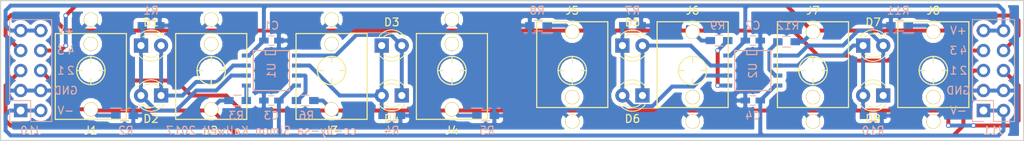
<source format=kicad_pcb>
(kicad_pcb (version 4) (host pcbnew 4.0.5)

  (general
    (links 81)
    (no_connects 0)
    (area 115.494999 67.234999 245.185001 85.165001)
    (thickness 1.6)
    (drawings 19)
    (tracks 230)
    (zones 0)
    (modules 36)
    (nets 28)
  )

  (page A4)
  (layers
    (0 F.Cu signal)
    (31 B.Cu signal)
    (32 B.Adhes user)
    (33 F.Adhes user)
    (34 B.Paste user)
    (35 F.Paste user)
    (36 B.SilkS user)
    (37 F.SilkS user)
    (38 B.Mask user)
    (39 F.Mask user)
    (40 Dwgs.User user hide)
    (41 Cmts.User user hide)
    (42 Eco1.User user hide)
    (43 Eco2.User user hide)
    (44 Edge.Cuts user)
    (45 Margin user)
    (46 B.CrtYd user hide)
    (47 F.CrtYd user hide)
    (48 B.Fab user hide)
    (49 F.Fab user hide)
  )

  (setup
    (last_trace_width 0.25)
    (user_trace_width 0.4)
    (user_trace_width 0.5)
    (trace_clearance 0.2)
    (zone_clearance 0.508)
    (zone_45_only no)
    (trace_min 0.2)
    (segment_width 0.2)
    (edge_width 0.15)
    (via_size 0.6)
    (via_drill 0.4)
    (via_min_size 0.4)
    (via_min_drill 0.3)
    (uvia_size 0.3)
    (uvia_drill 0.1)
    (uvias_allowed no)
    (uvia_min_size 0.2)
    (uvia_min_drill 0.1)
    (pcb_text_width 0.3)
    (pcb_text_size 1.5 1.5)
    (mod_edge_width 0.15)
    (mod_text_size 1 1)
    (mod_text_width 0.15)
    (pad_size 1.524 1.524)
    (pad_drill 0.762)
    (pad_to_mask_clearance 0.2)
    (aux_axis_origin 0 0)
    (visible_elements FFFFFF7F)
    (pcbplotparams
      (layerselection 0x00030_80000001)
      (usegerberextensions false)
      (excludeedgelayer true)
      (linewidth 0.100000)
      (plotframeref false)
      (viasonmask false)
      (mode 1)
      (useauxorigin false)
      (hpglpennumber 1)
      (hpglpenspeed 20)
      (hpglpendiameter 15)
      (hpglpenoverlay 2)
      (psnegative false)
      (psa4output false)
      (plotreference true)
      (plotvalue true)
      (plotinvisibletext false)
      (padsonsilk false)
      (subtractmaskfromsilk false)
      (outputformat 1)
      (mirror false)
      (drillshape 1)
      (scaleselection 1)
      (outputdirectory ""))
  )

  (net 0 "")
  (net 1 GND)
  (net 2 "Net-(D1-Pad1)")
  (net 3 "Net-(D1-Pad2)")
  (net 4 "Net-(D3-Pad1)")
  (net 5 "Net-(D3-Pad2)")
  (net 6 "Net-(D5-Pad1)")
  (net 7 "Net-(D5-Pad2)")
  (net 8 "Net-(D7-Pad1)")
  (net 9 "Net-(D7-Pad2)")
  (net 10 "Net-(J1-Pad2)")
  (net 11 /SIG1)
  (net 12 "Net-(J2-Pad2)")
  (net 13 "Net-(J3-Pad2)")
  (net 14 /SIG2)
  (net 15 "Net-(J4-Pad2)")
  (net 16 "Net-(J5-Pad2)")
  (net 17 /SIG3)
  (net 18 "Net-(J6-Pad2)")
  (net 19 "Net-(J7-Pad2)")
  (net 20 /SIG4)
  (net 21 "Net-(J8-Pad2)")
  (net 22 +12V)
  (net 23 -12V)
  (net 24 "Net-(R3-Pad1)")
  (net 25 "Net-(R6-Pad1)")
  (net 26 "Net-(R9-Pad1)")
  (net 27 "Net-(R12-Pad1)")

  (net_class Default "This is the default net class."
    (clearance 0.2)
    (trace_width 0.25)
    (via_dia 0.6)
    (via_drill 0.4)
    (uvia_dia 0.3)
    (uvia_drill 0.1)
    (add_net +12V)
    (add_net -12V)
    (add_net /SIG1)
    (add_net /SIG2)
    (add_net /SIG3)
    (add_net /SIG4)
    (add_net GND)
    (add_net "Net-(D1-Pad1)")
    (add_net "Net-(D1-Pad2)")
    (add_net "Net-(D3-Pad1)")
    (add_net "Net-(D3-Pad2)")
    (add_net "Net-(D5-Pad1)")
    (add_net "Net-(D5-Pad2)")
    (add_net "Net-(D7-Pad1)")
    (add_net "Net-(D7-Pad2)")
    (add_net "Net-(J1-Pad2)")
    (add_net "Net-(J2-Pad2)")
    (add_net "Net-(J3-Pad2)")
    (add_net "Net-(J4-Pad2)")
    (add_net "Net-(J5-Pad2)")
    (add_net "Net-(J6-Pad2)")
    (add_net "Net-(J7-Pad2)")
    (add_net "Net-(J8-Pad2)")
    (add_net "Net-(R12-Pad1)")
    (add_net "Net-(R3-Pad1)")
    (add_net "Net-(R6-Pad1)")
    (add_net "Net-(R9-Pad1)")
  )

  (module Capacitors_SMD:C_0603_HandSoldering (layer B.Cu) (tedit 58AA848B) (tstamp 58AEF86B)
    (at 149.86 72.39)
    (descr "Capacitor SMD 0603, hand soldering")
    (tags "capacitor 0603")
    (path /58AEF55C)
    (attr smd)
    (fp_text reference C1 (at 0 -1.905) (layer B.SilkS)
      (effects (font (size 1 1) (thickness 0.15)) (justify mirror))
    )
    (fp_text value 100n (at 0 -1.5) (layer B.Fab)
      (effects (font (size 1 1) (thickness 0.15)) (justify mirror))
    )
    (fp_text user %R (at 0 1.25) (layer B.Fab)
      (effects (font (size 1 1) (thickness 0.15)) (justify mirror))
    )
    (fp_line (start -0.8 -0.4) (end -0.8 0.4) (layer B.Fab) (width 0.1))
    (fp_line (start 0.8 -0.4) (end -0.8 -0.4) (layer B.Fab) (width 0.1))
    (fp_line (start 0.8 0.4) (end 0.8 -0.4) (layer B.Fab) (width 0.1))
    (fp_line (start -0.8 0.4) (end 0.8 0.4) (layer B.Fab) (width 0.1))
    (fp_line (start -0.35 0.6) (end 0.35 0.6) (layer B.SilkS) (width 0.12))
    (fp_line (start 0.35 -0.6) (end -0.35 -0.6) (layer B.SilkS) (width 0.12))
    (fp_line (start -1.8 0.65) (end 1.8 0.65) (layer B.CrtYd) (width 0.05))
    (fp_line (start -1.8 0.65) (end -1.8 -0.65) (layer B.CrtYd) (width 0.05))
    (fp_line (start 1.8 -0.65) (end 1.8 0.65) (layer B.CrtYd) (width 0.05))
    (fp_line (start 1.8 -0.65) (end -1.8 -0.65) (layer B.CrtYd) (width 0.05))
    (pad 1 smd rect (at -0.95 0) (size 1.2 0.75) (layers B.Cu B.Paste B.Mask)
      (net 22 +12V))
    (pad 2 smd rect (at 0.95 0) (size 1.2 0.75) (layers B.Cu B.Paste B.Mask)
      (net 1 GND))
    (model Capacitors_SMD.3dshapes/C_0603.wrl
      (at (xyz 0 0 0))
      (scale (xyz 1 1 1))
      (rotate (xyz 0 0 0))
    )
  )

  (module Capacitors_SMD:C_0603_HandSoldering (layer B.Cu) (tedit 58AA848B) (tstamp 58AEF871)
    (at 210.82 72.39)
    (descr "Capacitor SMD 0603, hand soldering")
    (tags "capacitor 0603")
    (path /58B1041B)
    (attr smd)
    (fp_text reference C2 (at 0 -1.905) (layer B.SilkS)
      (effects (font (size 1 1) (thickness 0.15)) (justify mirror))
    )
    (fp_text value 100n (at 0 -1.5) (layer B.Fab)
      (effects (font (size 1 1) (thickness 0.15)) (justify mirror))
    )
    (fp_text user %R (at 0 1.25) (layer B.Fab)
      (effects (font (size 1 1) (thickness 0.15)) (justify mirror))
    )
    (fp_line (start -0.8 -0.4) (end -0.8 0.4) (layer B.Fab) (width 0.1))
    (fp_line (start 0.8 -0.4) (end -0.8 -0.4) (layer B.Fab) (width 0.1))
    (fp_line (start 0.8 0.4) (end 0.8 -0.4) (layer B.Fab) (width 0.1))
    (fp_line (start -0.8 0.4) (end 0.8 0.4) (layer B.Fab) (width 0.1))
    (fp_line (start -0.35 0.6) (end 0.35 0.6) (layer B.SilkS) (width 0.12))
    (fp_line (start 0.35 -0.6) (end -0.35 -0.6) (layer B.SilkS) (width 0.12))
    (fp_line (start -1.8 0.65) (end 1.8 0.65) (layer B.CrtYd) (width 0.05))
    (fp_line (start -1.8 0.65) (end -1.8 -0.65) (layer B.CrtYd) (width 0.05))
    (fp_line (start 1.8 -0.65) (end 1.8 0.65) (layer B.CrtYd) (width 0.05))
    (fp_line (start 1.8 -0.65) (end -1.8 -0.65) (layer B.CrtYd) (width 0.05))
    (pad 1 smd rect (at -0.95 0) (size 1.2 0.75) (layers B.Cu B.Paste B.Mask)
      (net 22 +12V))
    (pad 2 smd rect (at 0.95 0) (size 1.2 0.75) (layers B.Cu B.Paste B.Mask)
      (net 1 GND))
    (model Capacitors_SMD.3dshapes/C_0603.wrl
      (at (xyz 0 0 0))
      (scale (xyz 1 1 1))
      (rotate (xyz 0 0 0))
    )
  )

  (module LEDs:LED_D3.0mm (layer F.Cu) (tedit 587A3A7B) (tstamp 58AEF877)
    (at 133.35 73.025)
    (descr "LED, diameter 3.0mm, 2 pins")
    (tags "LED diameter 3.0mm 2 pins")
    (path /58AF0282)
    (fp_text reference D1 (at 1.27 -2.96) (layer F.SilkS)
      (effects (font (size 1 1) (thickness 0.15)))
    )
    (fp_text value LED (at 1.27 2.96) (layer F.Fab)
      (effects (font (size 1 1) (thickness 0.15)))
    )
    (fp_arc (start 1.27 0) (end -0.23 -1.16619) (angle 284.3) (layer F.Fab) (width 0.1))
    (fp_arc (start 1.27 0) (end -0.29 -1.235516) (angle 108.8) (layer F.SilkS) (width 0.12))
    (fp_arc (start 1.27 0) (end -0.29 1.235516) (angle -108.8) (layer F.SilkS) (width 0.12))
    (fp_arc (start 1.27 0) (end 0.229039 -1.08) (angle 87.9) (layer F.SilkS) (width 0.12))
    (fp_arc (start 1.27 0) (end 0.229039 1.08) (angle -87.9) (layer F.SilkS) (width 0.12))
    (fp_circle (center 1.27 0) (end 2.77 0) (layer F.Fab) (width 0.1))
    (fp_line (start -0.23 -1.16619) (end -0.23 1.16619) (layer F.Fab) (width 0.1))
    (fp_line (start -0.29 -1.236) (end -0.29 -1.08) (layer F.SilkS) (width 0.12))
    (fp_line (start -0.29 1.08) (end -0.29 1.236) (layer F.SilkS) (width 0.12))
    (fp_line (start -1.15 -2.25) (end -1.15 2.25) (layer F.CrtYd) (width 0.05))
    (fp_line (start -1.15 2.25) (end 3.7 2.25) (layer F.CrtYd) (width 0.05))
    (fp_line (start 3.7 2.25) (end 3.7 -2.25) (layer F.CrtYd) (width 0.05))
    (fp_line (start 3.7 -2.25) (end -1.15 -2.25) (layer F.CrtYd) (width 0.05))
    (pad 1 thru_hole rect (at 0 0) (size 1.8 1.8) (drill 0.9) (layers *.Cu *.Mask)
      (net 2 "Net-(D1-Pad1)"))
    (pad 2 thru_hole circle (at 2.54 0) (size 1.8 1.8) (drill 0.9) (layers *.Cu *.Mask)
      (net 3 "Net-(D1-Pad2)"))
    (model LEDs.3dshapes/LED_D3.0mm.wrl
      (at (xyz 0 0 0))
      (scale (xyz 0.393701 0.393701 0.393701))
      (rotate (xyz 0 0 0))
    )
  )

  (module LEDs:LED_D3.0mm (layer F.Cu) (tedit 587A3A7B) (tstamp 58AEF87D)
    (at 135.89 79.375 180)
    (descr "LED, diameter 3.0mm, 2 pins")
    (tags "LED diameter 3.0mm 2 pins")
    (path /58AF02C6)
    (fp_text reference D2 (at 1.27 -2.96 180) (layer F.SilkS)
      (effects (font (size 1 1) (thickness 0.15)))
    )
    (fp_text value LED (at 1.27 2.96 180) (layer F.Fab)
      (effects (font (size 1 1) (thickness 0.15)))
    )
    (fp_arc (start 1.27 0) (end -0.23 -1.16619) (angle 284.3) (layer F.Fab) (width 0.1))
    (fp_arc (start 1.27 0) (end -0.29 -1.235516) (angle 108.8) (layer F.SilkS) (width 0.12))
    (fp_arc (start 1.27 0) (end -0.29 1.235516) (angle -108.8) (layer F.SilkS) (width 0.12))
    (fp_arc (start 1.27 0) (end 0.229039 -1.08) (angle 87.9) (layer F.SilkS) (width 0.12))
    (fp_arc (start 1.27 0) (end 0.229039 1.08) (angle -87.9) (layer F.SilkS) (width 0.12))
    (fp_circle (center 1.27 0) (end 2.77 0) (layer F.Fab) (width 0.1))
    (fp_line (start -0.23 -1.16619) (end -0.23 1.16619) (layer F.Fab) (width 0.1))
    (fp_line (start -0.29 -1.236) (end -0.29 -1.08) (layer F.SilkS) (width 0.12))
    (fp_line (start -0.29 1.08) (end -0.29 1.236) (layer F.SilkS) (width 0.12))
    (fp_line (start -1.15 -2.25) (end -1.15 2.25) (layer F.CrtYd) (width 0.05))
    (fp_line (start -1.15 2.25) (end 3.7 2.25) (layer F.CrtYd) (width 0.05))
    (fp_line (start 3.7 2.25) (end 3.7 -2.25) (layer F.CrtYd) (width 0.05))
    (fp_line (start 3.7 -2.25) (end -1.15 -2.25) (layer F.CrtYd) (width 0.05))
    (pad 1 thru_hole rect (at 0 0 180) (size 1.8 1.8) (drill 0.9) (layers *.Cu *.Mask)
      (net 3 "Net-(D1-Pad2)"))
    (pad 2 thru_hole circle (at 2.54 0 180) (size 1.8 1.8) (drill 0.9) (layers *.Cu *.Mask)
      (net 2 "Net-(D1-Pad1)"))
    (model LEDs.3dshapes/LED_D3.0mm.wrl
      (at (xyz 0 0 0))
      (scale (xyz 0.393701 0.393701 0.393701))
      (rotate (xyz 0 0 0))
    )
  )

  (module LEDs:LED_D3.0mm (layer F.Cu) (tedit 587A3A7B) (tstamp 58AEF883)
    (at 163.83 73.025)
    (descr "LED, diameter 3.0mm, 2 pins")
    (tags "LED diameter 3.0mm 2 pins")
    (path /58AF0C80)
    (fp_text reference D3 (at 1.27 -2.96) (layer F.SilkS)
      (effects (font (size 1 1) (thickness 0.15)))
    )
    (fp_text value LED (at 1.27 2.96) (layer F.Fab)
      (effects (font (size 1 1) (thickness 0.15)))
    )
    (fp_arc (start 1.27 0) (end -0.23 -1.16619) (angle 284.3) (layer F.Fab) (width 0.1))
    (fp_arc (start 1.27 0) (end -0.29 -1.235516) (angle 108.8) (layer F.SilkS) (width 0.12))
    (fp_arc (start 1.27 0) (end -0.29 1.235516) (angle -108.8) (layer F.SilkS) (width 0.12))
    (fp_arc (start 1.27 0) (end 0.229039 -1.08) (angle 87.9) (layer F.SilkS) (width 0.12))
    (fp_arc (start 1.27 0) (end 0.229039 1.08) (angle -87.9) (layer F.SilkS) (width 0.12))
    (fp_circle (center 1.27 0) (end 2.77 0) (layer F.Fab) (width 0.1))
    (fp_line (start -0.23 -1.16619) (end -0.23 1.16619) (layer F.Fab) (width 0.1))
    (fp_line (start -0.29 -1.236) (end -0.29 -1.08) (layer F.SilkS) (width 0.12))
    (fp_line (start -0.29 1.08) (end -0.29 1.236) (layer F.SilkS) (width 0.12))
    (fp_line (start -1.15 -2.25) (end -1.15 2.25) (layer F.CrtYd) (width 0.05))
    (fp_line (start -1.15 2.25) (end 3.7 2.25) (layer F.CrtYd) (width 0.05))
    (fp_line (start 3.7 2.25) (end 3.7 -2.25) (layer F.CrtYd) (width 0.05))
    (fp_line (start 3.7 -2.25) (end -1.15 -2.25) (layer F.CrtYd) (width 0.05))
    (pad 1 thru_hole rect (at 0 0) (size 1.8 1.8) (drill 0.9) (layers *.Cu *.Mask)
      (net 4 "Net-(D3-Pad1)"))
    (pad 2 thru_hole circle (at 2.54 0) (size 1.8 1.8) (drill 0.9) (layers *.Cu *.Mask)
      (net 5 "Net-(D3-Pad2)"))
    (model LEDs.3dshapes/LED_D3.0mm.wrl
      (at (xyz 0 0 0))
      (scale (xyz 0.393701 0.393701 0.393701))
      (rotate (xyz 0 0 0))
    )
  )

  (module LEDs:LED_D3.0mm (layer F.Cu) (tedit 587A3A7B) (tstamp 58AEF889)
    (at 166.37 79.375 180)
    (descr "LED, diameter 3.0mm, 2 pins")
    (tags "LED diameter 3.0mm 2 pins")
    (path /58AF0C86)
    (fp_text reference D4 (at 1.27 -2.96 180) (layer F.SilkS)
      (effects (font (size 1 1) (thickness 0.15)))
    )
    (fp_text value LED (at 1.27 2.96 180) (layer F.Fab)
      (effects (font (size 1 1) (thickness 0.15)))
    )
    (fp_arc (start 1.27 0) (end -0.23 -1.16619) (angle 284.3) (layer F.Fab) (width 0.1))
    (fp_arc (start 1.27 0) (end -0.29 -1.235516) (angle 108.8) (layer F.SilkS) (width 0.12))
    (fp_arc (start 1.27 0) (end -0.29 1.235516) (angle -108.8) (layer F.SilkS) (width 0.12))
    (fp_arc (start 1.27 0) (end 0.229039 -1.08) (angle 87.9) (layer F.SilkS) (width 0.12))
    (fp_arc (start 1.27 0) (end 0.229039 1.08) (angle -87.9) (layer F.SilkS) (width 0.12))
    (fp_circle (center 1.27 0) (end 2.77 0) (layer F.Fab) (width 0.1))
    (fp_line (start -0.23 -1.16619) (end -0.23 1.16619) (layer F.Fab) (width 0.1))
    (fp_line (start -0.29 -1.236) (end -0.29 -1.08) (layer F.SilkS) (width 0.12))
    (fp_line (start -0.29 1.08) (end -0.29 1.236) (layer F.SilkS) (width 0.12))
    (fp_line (start -1.15 -2.25) (end -1.15 2.25) (layer F.CrtYd) (width 0.05))
    (fp_line (start -1.15 2.25) (end 3.7 2.25) (layer F.CrtYd) (width 0.05))
    (fp_line (start 3.7 2.25) (end 3.7 -2.25) (layer F.CrtYd) (width 0.05))
    (fp_line (start 3.7 -2.25) (end -1.15 -2.25) (layer F.CrtYd) (width 0.05))
    (pad 1 thru_hole rect (at 0 0 180) (size 1.8 1.8) (drill 0.9) (layers *.Cu *.Mask)
      (net 5 "Net-(D3-Pad2)"))
    (pad 2 thru_hole circle (at 2.54 0 180) (size 1.8 1.8) (drill 0.9) (layers *.Cu *.Mask)
      (net 4 "Net-(D3-Pad1)"))
    (model LEDs.3dshapes/LED_D3.0mm.wrl
      (at (xyz 0 0 0))
      (scale (xyz 0.393701 0.393701 0.393701))
      (rotate (xyz 0 0 0))
    )
  )

  (module LEDs:LED_D3.0mm (layer F.Cu) (tedit 587A3A7B) (tstamp 58AEF88F)
    (at 194.31 73.025)
    (descr "LED, diameter 3.0mm, 2 pins")
    (tags "LED diameter 3.0mm 2 pins")
    (path /58AF0D88)
    (fp_text reference D5 (at 1.27 -2.96) (layer F.SilkS)
      (effects (font (size 1 1) (thickness 0.15)))
    )
    (fp_text value LED (at 1.27 2.96) (layer F.Fab)
      (effects (font (size 1 1) (thickness 0.15)))
    )
    (fp_arc (start 1.27 0) (end -0.23 -1.16619) (angle 284.3) (layer F.Fab) (width 0.1))
    (fp_arc (start 1.27 0) (end -0.29 -1.235516) (angle 108.8) (layer F.SilkS) (width 0.12))
    (fp_arc (start 1.27 0) (end -0.29 1.235516) (angle -108.8) (layer F.SilkS) (width 0.12))
    (fp_arc (start 1.27 0) (end 0.229039 -1.08) (angle 87.9) (layer F.SilkS) (width 0.12))
    (fp_arc (start 1.27 0) (end 0.229039 1.08) (angle -87.9) (layer F.SilkS) (width 0.12))
    (fp_circle (center 1.27 0) (end 2.77 0) (layer F.Fab) (width 0.1))
    (fp_line (start -0.23 -1.16619) (end -0.23 1.16619) (layer F.Fab) (width 0.1))
    (fp_line (start -0.29 -1.236) (end -0.29 -1.08) (layer F.SilkS) (width 0.12))
    (fp_line (start -0.29 1.08) (end -0.29 1.236) (layer F.SilkS) (width 0.12))
    (fp_line (start -1.15 -2.25) (end -1.15 2.25) (layer F.CrtYd) (width 0.05))
    (fp_line (start -1.15 2.25) (end 3.7 2.25) (layer F.CrtYd) (width 0.05))
    (fp_line (start 3.7 2.25) (end 3.7 -2.25) (layer F.CrtYd) (width 0.05))
    (fp_line (start 3.7 -2.25) (end -1.15 -2.25) (layer F.CrtYd) (width 0.05))
    (pad 1 thru_hole rect (at 0 0) (size 1.8 1.8) (drill 0.9) (layers *.Cu *.Mask)
      (net 6 "Net-(D5-Pad1)"))
    (pad 2 thru_hole circle (at 2.54 0) (size 1.8 1.8) (drill 0.9) (layers *.Cu *.Mask)
      (net 7 "Net-(D5-Pad2)"))
    (model LEDs.3dshapes/LED_D3.0mm.wrl
      (at (xyz 0 0 0))
      (scale (xyz 0.393701 0.393701 0.393701))
      (rotate (xyz 0 0 0))
    )
  )

  (module LEDs:LED_D3.0mm (layer F.Cu) (tedit 587A3A7B) (tstamp 58AEF895)
    (at 196.85 79.375 180)
    (descr "LED, diameter 3.0mm, 2 pins")
    (tags "LED diameter 3.0mm 2 pins")
    (path /58AF0D8E)
    (fp_text reference D6 (at 1.27 -2.96 180) (layer F.SilkS)
      (effects (font (size 1 1) (thickness 0.15)))
    )
    (fp_text value LED (at 1.27 2.96 180) (layer F.Fab)
      (effects (font (size 1 1) (thickness 0.15)))
    )
    (fp_arc (start 1.27 0) (end -0.23 -1.16619) (angle 284.3) (layer F.Fab) (width 0.1))
    (fp_arc (start 1.27 0) (end -0.29 -1.235516) (angle 108.8) (layer F.SilkS) (width 0.12))
    (fp_arc (start 1.27 0) (end -0.29 1.235516) (angle -108.8) (layer F.SilkS) (width 0.12))
    (fp_arc (start 1.27 0) (end 0.229039 -1.08) (angle 87.9) (layer F.SilkS) (width 0.12))
    (fp_arc (start 1.27 0) (end 0.229039 1.08) (angle -87.9) (layer F.SilkS) (width 0.12))
    (fp_circle (center 1.27 0) (end 2.77 0) (layer F.Fab) (width 0.1))
    (fp_line (start -0.23 -1.16619) (end -0.23 1.16619) (layer F.Fab) (width 0.1))
    (fp_line (start -0.29 -1.236) (end -0.29 -1.08) (layer F.SilkS) (width 0.12))
    (fp_line (start -0.29 1.08) (end -0.29 1.236) (layer F.SilkS) (width 0.12))
    (fp_line (start -1.15 -2.25) (end -1.15 2.25) (layer F.CrtYd) (width 0.05))
    (fp_line (start -1.15 2.25) (end 3.7 2.25) (layer F.CrtYd) (width 0.05))
    (fp_line (start 3.7 2.25) (end 3.7 -2.25) (layer F.CrtYd) (width 0.05))
    (fp_line (start 3.7 -2.25) (end -1.15 -2.25) (layer F.CrtYd) (width 0.05))
    (pad 1 thru_hole rect (at 0 0 180) (size 1.8 1.8) (drill 0.9) (layers *.Cu *.Mask)
      (net 7 "Net-(D5-Pad2)"))
    (pad 2 thru_hole circle (at 2.54 0 180) (size 1.8 1.8) (drill 0.9) (layers *.Cu *.Mask)
      (net 6 "Net-(D5-Pad1)"))
    (model LEDs.3dshapes/LED_D3.0mm.wrl
      (at (xyz 0 0 0))
      (scale (xyz 0.393701 0.393701 0.393701))
      (rotate (xyz 0 0 0))
    )
  )

  (module LEDs:LED_D3.0mm (layer F.Cu) (tedit 587A3A7B) (tstamp 58AEF89B)
    (at 224.79 73.025)
    (descr "LED, diameter 3.0mm, 2 pins")
    (tags "LED diameter 3.0mm 2 pins")
    (path /58AF0E60)
    (fp_text reference D7 (at 1.27 -2.96) (layer F.SilkS)
      (effects (font (size 1 1) (thickness 0.15)))
    )
    (fp_text value LED (at 1.27 2.96) (layer F.Fab)
      (effects (font (size 1 1) (thickness 0.15)))
    )
    (fp_arc (start 1.27 0) (end -0.23 -1.16619) (angle 284.3) (layer F.Fab) (width 0.1))
    (fp_arc (start 1.27 0) (end -0.29 -1.235516) (angle 108.8) (layer F.SilkS) (width 0.12))
    (fp_arc (start 1.27 0) (end -0.29 1.235516) (angle -108.8) (layer F.SilkS) (width 0.12))
    (fp_arc (start 1.27 0) (end 0.229039 -1.08) (angle 87.9) (layer F.SilkS) (width 0.12))
    (fp_arc (start 1.27 0) (end 0.229039 1.08) (angle -87.9) (layer F.SilkS) (width 0.12))
    (fp_circle (center 1.27 0) (end 2.77 0) (layer F.Fab) (width 0.1))
    (fp_line (start -0.23 -1.16619) (end -0.23 1.16619) (layer F.Fab) (width 0.1))
    (fp_line (start -0.29 -1.236) (end -0.29 -1.08) (layer F.SilkS) (width 0.12))
    (fp_line (start -0.29 1.08) (end -0.29 1.236) (layer F.SilkS) (width 0.12))
    (fp_line (start -1.15 -2.25) (end -1.15 2.25) (layer F.CrtYd) (width 0.05))
    (fp_line (start -1.15 2.25) (end 3.7 2.25) (layer F.CrtYd) (width 0.05))
    (fp_line (start 3.7 2.25) (end 3.7 -2.25) (layer F.CrtYd) (width 0.05))
    (fp_line (start 3.7 -2.25) (end -1.15 -2.25) (layer F.CrtYd) (width 0.05))
    (pad 1 thru_hole rect (at 0 0) (size 1.8 1.8) (drill 0.9) (layers *.Cu *.Mask)
      (net 8 "Net-(D7-Pad1)"))
    (pad 2 thru_hole circle (at 2.54 0) (size 1.8 1.8) (drill 0.9) (layers *.Cu *.Mask)
      (net 9 "Net-(D7-Pad2)"))
    (model LEDs.3dshapes/LED_D3.0mm.wrl
      (at (xyz 0 0 0))
      (scale (xyz 0.393701 0.393701 0.393701))
      (rotate (xyz 0 0 0))
    )
  )

  (module LEDs:LED_D3.0mm (layer F.Cu) (tedit 587A3A7B) (tstamp 58AEF8A1)
    (at 227.33 79.375 180)
    (descr "LED, diameter 3.0mm, 2 pins")
    (tags "LED diameter 3.0mm 2 pins")
    (path /58AF0E66)
    (fp_text reference D8 (at 1.27 -2.96 180) (layer F.SilkS)
      (effects (font (size 1 1) (thickness 0.15)))
    )
    (fp_text value LED (at 1.27 2.96 180) (layer F.Fab)
      (effects (font (size 1 1) (thickness 0.15)))
    )
    (fp_arc (start 1.27 0) (end -0.23 -1.16619) (angle 284.3) (layer F.Fab) (width 0.1))
    (fp_arc (start 1.27 0) (end -0.29 -1.235516) (angle 108.8) (layer F.SilkS) (width 0.12))
    (fp_arc (start 1.27 0) (end -0.29 1.235516) (angle -108.8) (layer F.SilkS) (width 0.12))
    (fp_arc (start 1.27 0) (end 0.229039 -1.08) (angle 87.9) (layer F.SilkS) (width 0.12))
    (fp_arc (start 1.27 0) (end 0.229039 1.08) (angle -87.9) (layer F.SilkS) (width 0.12))
    (fp_circle (center 1.27 0) (end 2.77 0) (layer F.Fab) (width 0.1))
    (fp_line (start -0.23 -1.16619) (end -0.23 1.16619) (layer F.Fab) (width 0.1))
    (fp_line (start -0.29 -1.236) (end -0.29 -1.08) (layer F.SilkS) (width 0.12))
    (fp_line (start -0.29 1.08) (end -0.29 1.236) (layer F.SilkS) (width 0.12))
    (fp_line (start -1.15 -2.25) (end -1.15 2.25) (layer F.CrtYd) (width 0.05))
    (fp_line (start -1.15 2.25) (end 3.7 2.25) (layer F.CrtYd) (width 0.05))
    (fp_line (start 3.7 2.25) (end 3.7 -2.25) (layer F.CrtYd) (width 0.05))
    (fp_line (start 3.7 -2.25) (end -1.15 -2.25) (layer F.CrtYd) (width 0.05))
    (pad 1 thru_hole rect (at 0 0 180) (size 1.8 1.8) (drill 0.9) (layers *.Cu *.Mask)
      (net 9 "Net-(D7-Pad2)"))
    (pad 2 thru_hole circle (at 2.54 0 180) (size 1.8 1.8) (drill 0.9) (layers *.Cu *.Mask)
      (net 8 "Net-(D7-Pad1)"))
    (model LEDs.3dshapes/LED_D3.0mm.wrl
      (at (xyz 0 0 0))
      (scale (xyz 0.393701 0.393701 0.393701))
      (rotate (xyz 0 0 0))
    )
  )

  (module Resistors_SMD:R_0603_HandSoldering (layer B.Cu) (tedit 58AAD9E8) (tstamp 58AEF8F9)
    (at 134.62 70.485)
    (descr "Resistor SMD 0603, hand soldering")
    (tags "resistor 0603")
    (path /58AF01CB)
    (attr smd)
    (fp_text reference R1 (at 0 -1.905) (layer B.SilkS)
      (effects (font (size 1 1) (thickness 0.15)) (justify mirror))
    )
    (fp_text value 10K (at 0 -1.55) (layer B.Fab)
      (effects (font (size 1 1) (thickness 0.15)) (justify mirror))
    )
    (fp_text user %R (at 0 1.45) (layer B.Fab)
      (effects (font (size 1 1) (thickness 0.15)) (justify mirror))
    )
    (fp_line (start -0.8 -0.4) (end -0.8 0.4) (layer B.Fab) (width 0.1))
    (fp_line (start 0.8 -0.4) (end -0.8 -0.4) (layer B.Fab) (width 0.1))
    (fp_line (start 0.8 0.4) (end 0.8 -0.4) (layer B.Fab) (width 0.1))
    (fp_line (start -0.8 0.4) (end 0.8 0.4) (layer B.Fab) (width 0.1))
    (fp_line (start 0.5 -0.68) (end -0.5 -0.68) (layer B.SilkS) (width 0.12))
    (fp_line (start -0.5 0.68) (end 0.5 0.68) (layer B.SilkS) (width 0.12))
    (fp_line (start -1.96 0.7) (end 1.95 0.7) (layer B.CrtYd) (width 0.05))
    (fp_line (start -1.96 0.7) (end -1.96 -0.7) (layer B.CrtYd) (width 0.05))
    (fp_line (start 1.95 -0.7) (end 1.95 0.7) (layer B.CrtYd) (width 0.05))
    (fp_line (start 1.95 -0.7) (end -1.96 -0.7) (layer B.CrtYd) (width 0.05))
    (pad 1 smd rect (at -1.1 0) (size 1.2 0.9) (layers B.Cu B.Paste B.Mask)
      (net 2 "Net-(D1-Pad1)"))
    (pad 2 smd rect (at 1.1 0) (size 1.2 0.9) (layers B.Cu B.Paste B.Mask)
      (net 1 GND))
    (model Resistors_SMD.3dshapes/R_0603.wrl
      (at (xyz 0 0 0))
      (scale (xyz 1 1 1))
      (rotate (xyz 0 0 0))
    )
  )

  (module Resistors_SMD:R_0603_HandSoldering (layer B.Cu) (tedit 58AAD9E8) (tstamp 58AEF8FF)
    (at 131.275 81.915)
    (descr "Resistor SMD 0603, hand soldering")
    (tags "resistor 0603")
    (path /58B08072)
    (attr smd)
    (fp_text reference R2 (at 0.17 1.905) (layer B.SilkS)
      (effects (font (size 1 1) (thickness 0.15)) (justify mirror))
    )
    (fp_text value 1M (at 0 -1.55) (layer B.Fab)
      (effects (font (size 1 1) (thickness 0.15)) (justify mirror))
    )
    (fp_text user %R (at 0 1.45) (layer B.Fab)
      (effects (font (size 1 1) (thickness 0.15)) (justify mirror))
    )
    (fp_line (start -0.8 -0.4) (end -0.8 0.4) (layer B.Fab) (width 0.1))
    (fp_line (start 0.8 -0.4) (end -0.8 -0.4) (layer B.Fab) (width 0.1))
    (fp_line (start 0.8 0.4) (end 0.8 -0.4) (layer B.Fab) (width 0.1))
    (fp_line (start -0.8 0.4) (end 0.8 0.4) (layer B.Fab) (width 0.1))
    (fp_line (start 0.5 -0.68) (end -0.5 -0.68) (layer B.SilkS) (width 0.12))
    (fp_line (start -0.5 0.68) (end 0.5 0.68) (layer B.SilkS) (width 0.12))
    (fp_line (start -1.96 0.7) (end 1.95 0.7) (layer B.CrtYd) (width 0.05))
    (fp_line (start -1.96 0.7) (end -1.96 -0.7) (layer B.CrtYd) (width 0.05))
    (fp_line (start 1.95 -0.7) (end 1.95 0.7) (layer B.CrtYd) (width 0.05))
    (fp_line (start 1.95 -0.7) (end -1.96 -0.7) (layer B.CrtYd) (width 0.05))
    (pad 1 smd rect (at -1.1 0) (size 1.2 0.9) (layers B.Cu B.Paste B.Mask)
      (net 11 /SIG1))
    (pad 2 smd rect (at 1.1 0) (size 1.2 0.9) (layers B.Cu B.Paste B.Mask)
      (net 1 GND))
    (model Resistors_SMD.3dshapes/R_0603.wrl
      (at (xyz 0 0 0))
      (scale (xyz 1 1 1))
      (rotate (xyz 0 0 0))
    )
  )

  (module Resistors_SMD:R_0603_HandSoldering (layer B.Cu) (tedit 58AAD9E8) (tstamp 58AEF905)
    (at 145.585 80.01 180)
    (descr "Resistor SMD 0603, hand soldering")
    (tags "resistor 0603")
    (path /58B0AF0E)
    (attr smd)
    (fp_text reference R3 (at 0.17 -1.905 180) (layer B.SilkS)
      (effects (font (size 1 1) (thickness 0.15)) (justify mirror))
    )
    (fp_text value 1M (at 0 -1.55 180) (layer B.Fab)
      (effects (font (size 1 1) (thickness 0.15)) (justify mirror))
    )
    (fp_text user %R (at 0 1.45 180) (layer B.Fab)
      (effects (font (size 1 1) (thickness 0.15)) (justify mirror))
    )
    (fp_line (start -0.8 -0.4) (end -0.8 0.4) (layer B.Fab) (width 0.1))
    (fp_line (start 0.8 -0.4) (end -0.8 -0.4) (layer B.Fab) (width 0.1))
    (fp_line (start 0.8 0.4) (end 0.8 -0.4) (layer B.Fab) (width 0.1))
    (fp_line (start -0.8 0.4) (end 0.8 0.4) (layer B.Fab) (width 0.1))
    (fp_line (start 0.5 -0.68) (end -0.5 -0.68) (layer B.SilkS) (width 0.12))
    (fp_line (start -0.5 0.68) (end 0.5 0.68) (layer B.SilkS) (width 0.12))
    (fp_line (start -1.96 0.7) (end 1.95 0.7) (layer B.CrtYd) (width 0.05))
    (fp_line (start -1.96 0.7) (end -1.96 -0.7) (layer B.CrtYd) (width 0.05))
    (fp_line (start 1.95 -0.7) (end 1.95 0.7) (layer B.CrtYd) (width 0.05))
    (fp_line (start 1.95 -0.7) (end -1.96 -0.7) (layer B.CrtYd) (width 0.05))
    (pad 1 smd rect (at -1.1 0 180) (size 1.2 0.9) (layers B.Cu B.Paste B.Mask)
      (net 24 "Net-(R3-Pad1)"))
    (pad 2 smd rect (at 1.1 0 180) (size 1.2 0.9) (layers B.Cu B.Paste B.Mask)
      (net 11 /SIG1))
    (model Resistors_SMD.3dshapes/R_0603.wrl
      (at (xyz 0 0 0))
      (scale (xyz 1 1 1))
      (rotate (xyz 0 0 0))
    )
  )

  (module Resistors_SMD:R_0603_HandSoldering (layer B.Cu) (tedit 58AAD9E8) (tstamp 58AEF90B)
    (at 165.1 81.915)
    (descr "Resistor SMD 0603, hand soldering")
    (tags "resistor 0603")
    (path /58AF0C7A)
    (attr smd)
    (fp_text reference R4 (at 0 1.905) (layer B.SilkS)
      (effects (font (size 1 1) (thickness 0.15)) (justify mirror))
    )
    (fp_text value 10K (at 0 -1.55) (layer B.Fab)
      (effects (font (size 1 1) (thickness 0.15)) (justify mirror))
    )
    (fp_text user %R (at 0 1.45) (layer B.Fab)
      (effects (font (size 1 1) (thickness 0.15)) (justify mirror))
    )
    (fp_line (start -0.8 -0.4) (end -0.8 0.4) (layer B.Fab) (width 0.1))
    (fp_line (start 0.8 -0.4) (end -0.8 -0.4) (layer B.Fab) (width 0.1))
    (fp_line (start 0.8 0.4) (end 0.8 -0.4) (layer B.Fab) (width 0.1))
    (fp_line (start -0.8 0.4) (end 0.8 0.4) (layer B.Fab) (width 0.1))
    (fp_line (start 0.5 -0.68) (end -0.5 -0.68) (layer B.SilkS) (width 0.12))
    (fp_line (start -0.5 0.68) (end 0.5 0.68) (layer B.SilkS) (width 0.12))
    (fp_line (start -1.96 0.7) (end 1.95 0.7) (layer B.CrtYd) (width 0.05))
    (fp_line (start -1.96 0.7) (end -1.96 -0.7) (layer B.CrtYd) (width 0.05))
    (fp_line (start 1.95 -0.7) (end 1.95 0.7) (layer B.CrtYd) (width 0.05))
    (fp_line (start 1.95 -0.7) (end -1.96 -0.7) (layer B.CrtYd) (width 0.05))
    (pad 1 smd rect (at -1.1 0) (size 1.2 0.9) (layers B.Cu B.Paste B.Mask)
      (net 4 "Net-(D3-Pad1)"))
    (pad 2 smd rect (at 1.1 0) (size 1.2 0.9) (layers B.Cu B.Paste B.Mask)
      (net 1 GND))
    (model Resistors_SMD.3dshapes/R_0603.wrl
      (at (xyz 0 0 0))
      (scale (xyz 1 1 1))
      (rotate (xyz 0 0 0))
    )
  )

  (module Eurocad:PJ301M-12 (layer F.Cu) (tedit 58B03180) (tstamp 58AEF8A8)
    (at 127 76.2 180)
    (path /58AF113E)
    (fp_text reference J1 (at 0 -7.62 180) (layer F.SilkS)
      (effects (font (size 1 1) (thickness 0.15)))
    )
    (fp_text value PJ301M-12 (at 0 -7.112 180) (layer F.Fab)
      (effects (font (size 1 1) (thickness 0.15)))
    )
    (fp_line (start -1.8 0) (end 1.8 0) (layer F.SilkS) (width 0.15))
    (fp_line (start 0 -1.8) (end 0 1.8) (layer F.SilkS) (width 0.15))
    (fp_circle (center 0 0) (end 1.8 0) (layer F.SilkS) (width 0.15))
    (fp_line (start 4.5 -6.2) (end 4.5 4.7) (layer F.SilkS) (width 0.15))
    (fp_line (start -4.5 -6.2) (end -4.5 4.7) (layer F.SilkS) (width 0.15))
    (fp_line (start -4.5 4.7) (end 4.5 4.7) (layer F.SilkS) (width 0.15))
    (fp_line (start -4.5 -6.2) (end 4.5 -6.2) (layer F.SilkS) (width 0.15))
    (pad 2 thru_hole circle (at 0 3.38 180) (size 1.8 1.8) (drill 1.6) (layers *.Cu *.Mask F.SilkS)
      (net 10 "Net-(J1-Pad2)"))
    (pad 1 thru_hole circle (at 0 6.48 180) (size 1.8 1.8) (drill 1.6) (layers *.Cu *.Mask F.SilkS)
      (net 1 GND))
    (pad 3 thru_hole circle (at 0 -4.92 180) (size 1.8 1.8) (drill 1.6) (layers *.Cu *.Mask F.SilkS)
      (net 11 /SIG1))
    (pad "" np_thru_hole circle (at 0 0 180) (size 2 2) (drill 2) (layers *.Cu))
  )

  (module Eurocad:PJ301M-12 (layer F.Cu) (tedit 58B03180) (tstamp 58AEF8AF)
    (at 142.24 76.2 180)
    (path /58AF11F9)
    (fp_text reference J2 (at 0 -7.62 180) (layer F.SilkS)
      (effects (font (size 1 1) (thickness 0.15)))
    )
    (fp_text value PJ301M-12 (at 0 -7.112 180) (layer F.Fab)
      (effects (font (size 1 1) (thickness 0.15)))
    )
    (fp_line (start -1.8 0) (end 1.8 0) (layer F.SilkS) (width 0.15))
    (fp_line (start 0 -1.8) (end 0 1.8) (layer F.SilkS) (width 0.15))
    (fp_circle (center 0 0) (end 1.8 0) (layer F.SilkS) (width 0.15))
    (fp_line (start 4.5 -6.2) (end 4.5 4.7) (layer F.SilkS) (width 0.15))
    (fp_line (start -4.5 -6.2) (end -4.5 4.7) (layer F.SilkS) (width 0.15))
    (fp_line (start -4.5 4.7) (end 4.5 4.7) (layer F.SilkS) (width 0.15))
    (fp_line (start -4.5 -6.2) (end 4.5 -6.2) (layer F.SilkS) (width 0.15))
    (pad 2 thru_hole circle (at 0 3.38 180) (size 1.8 1.8) (drill 1.6) (layers *.Cu *.Mask F.SilkS)
      (net 12 "Net-(J2-Pad2)"))
    (pad 1 thru_hole circle (at 0 6.48 180) (size 1.8 1.8) (drill 1.6) (layers *.Cu *.Mask F.SilkS)
      (net 1 GND))
    (pad 3 thru_hole circle (at 0 -4.92 180) (size 1.8 1.8) (drill 1.6) (layers *.Cu *.Mask F.SilkS)
      (net 11 /SIG1))
    (pad "" np_thru_hole circle (at 0 0 180) (size 2 2) (drill 2) (layers *.Cu))
  )

  (module Eurocad:PJ301M-12 (layer F.Cu) (tedit 58B03180) (tstamp 58AEF8B6)
    (at 157.48 76.2 180)
    (path /58AF178C)
    (fp_text reference J3 (at 0 -7.62 180) (layer F.SilkS)
      (effects (font (size 1 1) (thickness 0.15)))
    )
    (fp_text value PJ301M-12 (at 0 -7.112 180) (layer F.Fab)
      (effects (font (size 1 1) (thickness 0.15)))
    )
    (fp_line (start -1.8 0) (end 1.8 0) (layer F.SilkS) (width 0.15))
    (fp_line (start 0 -1.8) (end 0 1.8) (layer F.SilkS) (width 0.15))
    (fp_circle (center 0 0) (end 1.8 0) (layer F.SilkS) (width 0.15))
    (fp_line (start 4.5 -6.2) (end 4.5 4.7) (layer F.SilkS) (width 0.15))
    (fp_line (start -4.5 -6.2) (end -4.5 4.7) (layer F.SilkS) (width 0.15))
    (fp_line (start -4.5 4.7) (end 4.5 4.7) (layer F.SilkS) (width 0.15))
    (fp_line (start -4.5 -6.2) (end 4.5 -6.2) (layer F.SilkS) (width 0.15))
    (pad 2 thru_hole circle (at 0 3.38 180) (size 1.8 1.8) (drill 1.6) (layers *.Cu *.Mask F.SilkS)
      (net 13 "Net-(J3-Pad2)"))
    (pad 1 thru_hole circle (at 0 6.48 180) (size 1.8 1.8) (drill 1.6) (layers *.Cu *.Mask F.SilkS)
      (net 1 GND))
    (pad 3 thru_hole circle (at 0 -4.92 180) (size 1.8 1.8) (drill 1.6) (layers *.Cu *.Mask F.SilkS)
      (net 14 /SIG2))
    (pad "" np_thru_hole circle (at 0 0 180) (size 2 2) (drill 2) (layers *.Cu))
  )

  (module Eurocad:PJ301M-12 (layer F.Cu) (tedit 58B03180) (tstamp 58AEF8D2)
    (at 218.44 76.2)
    (path /58AF1ACE)
    (fp_text reference J7 (at 0 -7.62) (layer F.SilkS)
      (effects (font (size 1 1) (thickness 0.15)))
    )
    (fp_text value PJ301M-12 (at 0 -7.112) (layer F.Fab)
      (effects (font (size 1 1) (thickness 0.15)))
    )
    (fp_line (start -1.8 0) (end 1.8 0) (layer F.SilkS) (width 0.15))
    (fp_line (start 0 -1.8) (end 0 1.8) (layer F.SilkS) (width 0.15))
    (fp_circle (center 0 0) (end 1.8 0) (layer F.SilkS) (width 0.15))
    (fp_line (start 4.5 -6.2) (end 4.5 4.7) (layer F.SilkS) (width 0.15))
    (fp_line (start -4.5 -6.2) (end -4.5 4.7) (layer F.SilkS) (width 0.15))
    (fp_line (start -4.5 4.7) (end 4.5 4.7) (layer F.SilkS) (width 0.15))
    (fp_line (start -4.5 -6.2) (end 4.5 -6.2) (layer F.SilkS) (width 0.15))
    (pad 2 thru_hole circle (at 0 3.38) (size 1.8 1.8) (drill 1.6) (layers *.Cu *.Mask F.SilkS)
      (net 19 "Net-(J7-Pad2)"))
    (pad 1 thru_hole circle (at 0 6.48) (size 1.8 1.8) (drill 1.6) (layers *.Cu *.Mask F.SilkS)
      (net 1 GND))
    (pad 3 thru_hole circle (at 0 -4.92) (size 1.8 1.8) (drill 1.6) (layers *.Cu *.Mask F.SilkS)
      (net 20 /SIG4))
    (pad "" np_thru_hole circle (at 0 0) (size 2 2) (drill 2) (layers *.Cu))
  )

  (module Eurocad:PJ301M-12 (layer F.Cu) (tedit 58B03180) (tstamp 58AEF8CB)
    (at 203.2 76.2)
    (path /58AF1AB5)
    (fp_text reference J6 (at 0 -7.62) (layer F.SilkS)
      (effects (font (size 1 1) (thickness 0.15)))
    )
    (fp_text value PJ301M-12 (at 0 -7.112) (layer F.Fab)
      (effects (font (size 1 1) (thickness 0.15)))
    )
    (fp_line (start -1.8 0) (end 1.8 0) (layer F.SilkS) (width 0.15))
    (fp_line (start 0 -1.8) (end 0 1.8) (layer F.SilkS) (width 0.15))
    (fp_circle (center 0 0) (end 1.8 0) (layer F.SilkS) (width 0.15))
    (fp_line (start 4.5 -6.2) (end 4.5 4.7) (layer F.SilkS) (width 0.15))
    (fp_line (start -4.5 -6.2) (end -4.5 4.7) (layer F.SilkS) (width 0.15))
    (fp_line (start -4.5 4.7) (end 4.5 4.7) (layer F.SilkS) (width 0.15))
    (fp_line (start -4.5 -6.2) (end 4.5 -6.2) (layer F.SilkS) (width 0.15))
    (pad 2 thru_hole circle (at 0 3.38) (size 1.8 1.8) (drill 1.6) (layers *.Cu *.Mask F.SilkS)
      (net 18 "Net-(J6-Pad2)"))
    (pad 1 thru_hole circle (at 0 6.48) (size 1.8 1.8) (drill 1.6) (layers *.Cu *.Mask F.SilkS)
      (net 1 GND))
    (pad 3 thru_hole circle (at 0 -4.92) (size 1.8 1.8) (drill 1.6) (layers *.Cu *.Mask F.SilkS)
      (net 17 /SIG3))
    (pad "" np_thru_hole circle (at 0 0) (size 2 2) (drill 2) (layers *.Cu))
  )

  (module Eurocad:PJ301M-12 (layer F.Cu) (tedit 58B03180) (tstamp 58AEF8D9)
    (at 233.68 76.2)
    (path /58AF1AD4)
    (fp_text reference J8 (at 0 -7.62) (layer F.SilkS)
      (effects (font (size 1 1) (thickness 0.15)))
    )
    (fp_text value PJ301M-12 (at 0 -7.112) (layer F.Fab)
      (effects (font (size 1 1) (thickness 0.15)))
    )
    (fp_line (start -1.8 0) (end 1.8 0) (layer F.SilkS) (width 0.15))
    (fp_line (start 0 -1.8) (end 0 1.8) (layer F.SilkS) (width 0.15))
    (fp_circle (center 0 0) (end 1.8 0) (layer F.SilkS) (width 0.15))
    (fp_line (start 4.5 -6.2) (end 4.5 4.7) (layer F.SilkS) (width 0.15))
    (fp_line (start -4.5 -6.2) (end -4.5 4.7) (layer F.SilkS) (width 0.15))
    (fp_line (start -4.5 4.7) (end 4.5 4.7) (layer F.SilkS) (width 0.15))
    (fp_line (start -4.5 -6.2) (end 4.5 -6.2) (layer F.SilkS) (width 0.15))
    (pad 2 thru_hole circle (at 0 3.38) (size 1.8 1.8) (drill 1.6) (layers *.Cu *.Mask F.SilkS)
      (net 21 "Net-(J8-Pad2)"))
    (pad 1 thru_hole circle (at 0 6.48) (size 1.8 1.8) (drill 1.6) (layers *.Cu *.Mask F.SilkS)
      (net 1 GND))
    (pad 3 thru_hole circle (at 0 -4.92) (size 1.8 1.8) (drill 1.6) (layers *.Cu *.Mask F.SilkS)
      (net 20 /SIG4))
    (pad "" np_thru_hole circle (at 0 0) (size 2 2) (drill 2) (layers *.Cu))
  )

  (module Eurocad:PJ301M-12 (layer F.Cu) (tedit 58B03180) (tstamp 58AEF8C4)
    (at 187.96 76.2)
    (path /58AF1AAF)
    (fp_text reference J5 (at 0 -7.62) (layer F.SilkS)
      (effects (font (size 1 1) (thickness 0.15)))
    )
    (fp_text value PJ301M-12 (at 0 -7.112) (layer F.Fab)
      (effects (font (size 1 1) (thickness 0.15)))
    )
    (fp_line (start -1.8 0) (end 1.8 0) (layer F.SilkS) (width 0.15))
    (fp_line (start 0 -1.8) (end 0 1.8) (layer F.SilkS) (width 0.15))
    (fp_circle (center 0 0) (end 1.8 0) (layer F.SilkS) (width 0.15))
    (fp_line (start 4.5 -6.2) (end 4.5 4.7) (layer F.SilkS) (width 0.15))
    (fp_line (start -4.5 -6.2) (end -4.5 4.7) (layer F.SilkS) (width 0.15))
    (fp_line (start -4.5 4.7) (end 4.5 4.7) (layer F.SilkS) (width 0.15))
    (fp_line (start -4.5 -6.2) (end 4.5 -6.2) (layer F.SilkS) (width 0.15))
    (pad 2 thru_hole circle (at 0 3.38) (size 1.8 1.8) (drill 1.6) (layers *.Cu *.Mask F.SilkS)
      (net 16 "Net-(J5-Pad2)"))
    (pad 1 thru_hole circle (at 0 6.48) (size 1.8 1.8) (drill 1.6) (layers *.Cu *.Mask F.SilkS)
      (net 1 GND))
    (pad 3 thru_hole circle (at 0 -4.92) (size 1.8 1.8) (drill 1.6) (layers *.Cu *.Mask F.SilkS)
      (net 17 /SIG3))
    (pad "" np_thru_hole circle (at 0 0) (size 2 2) (drill 2) (layers *.Cu))
  )

  (module Eurocad:PJ301M-12 (layer F.Cu) (tedit 58B03180) (tstamp 58AEF8BD)
    (at 172.72 76.2 180)
    (path /58AF1792)
    (fp_text reference J4 (at 0 -7.62 180) (layer F.SilkS)
      (effects (font (size 1 1) (thickness 0.15)))
    )
    (fp_text value PJ301M-12 (at 0 -7.112 180) (layer F.Fab)
      (effects (font (size 1 1) (thickness 0.15)))
    )
    (fp_line (start -1.8 0) (end 1.8 0) (layer F.SilkS) (width 0.15))
    (fp_line (start 0 -1.8) (end 0 1.8) (layer F.SilkS) (width 0.15))
    (fp_circle (center 0 0) (end 1.8 0) (layer F.SilkS) (width 0.15))
    (fp_line (start 4.5 -6.2) (end 4.5 4.7) (layer F.SilkS) (width 0.15))
    (fp_line (start -4.5 -6.2) (end -4.5 4.7) (layer F.SilkS) (width 0.15))
    (fp_line (start -4.5 4.7) (end 4.5 4.7) (layer F.SilkS) (width 0.15))
    (fp_line (start -4.5 -6.2) (end 4.5 -6.2) (layer F.SilkS) (width 0.15))
    (pad 2 thru_hole circle (at 0 3.38 180) (size 1.8 1.8) (drill 1.6) (layers *.Cu *.Mask F.SilkS)
      (net 15 "Net-(J4-Pad2)"))
    (pad 1 thru_hole circle (at 0 6.48 180) (size 1.8 1.8) (drill 1.6) (layers *.Cu *.Mask F.SilkS)
      (net 1 GND))
    (pad 3 thru_hole circle (at 0 -4.92 180) (size 1.8 1.8) (drill 1.6) (layers *.Cu *.Mask F.SilkS)
      (net 14 /SIG2))
    (pad "" np_thru_hole circle (at 0 0 180) (size 2 2) (drill 2) (layers *.Cu))
  )

  (module Capacitors_SMD:C_0603_HandSoldering (layer B.Cu) (tedit 58AA848B) (tstamp 58B05CA5)
    (at 149.86 80.01)
    (descr "Capacitor SMD 0603, hand soldering")
    (tags "capacitor 0603")
    (path /58AEF6E9)
    (attr smd)
    (fp_text reference C3 (at 0 1.905) (layer B.SilkS)
      (effects (font (size 1 1) (thickness 0.15)) (justify mirror))
    )
    (fp_text value 100n (at 0 -1.5) (layer B.Fab)
      (effects (font (size 1 1) (thickness 0.15)) (justify mirror))
    )
    (fp_text user %R (at 0 1.25) (layer B.Fab)
      (effects (font (size 1 1) (thickness 0.15)) (justify mirror))
    )
    (fp_line (start -0.8 -0.4) (end -0.8 0.4) (layer B.Fab) (width 0.1))
    (fp_line (start 0.8 -0.4) (end -0.8 -0.4) (layer B.Fab) (width 0.1))
    (fp_line (start 0.8 0.4) (end 0.8 -0.4) (layer B.Fab) (width 0.1))
    (fp_line (start -0.8 0.4) (end 0.8 0.4) (layer B.Fab) (width 0.1))
    (fp_line (start -0.35 0.6) (end 0.35 0.6) (layer B.SilkS) (width 0.12))
    (fp_line (start 0.35 -0.6) (end -0.35 -0.6) (layer B.SilkS) (width 0.12))
    (fp_line (start -1.8 0.65) (end 1.8 0.65) (layer B.CrtYd) (width 0.05))
    (fp_line (start -1.8 0.65) (end -1.8 -0.65) (layer B.CrtYd) (width 0.05))
    (fp_line (start 1.8 -0.65) (end 1.8 0.65) (layer B.CrtYd) (width 0.05))
    (fp_line (start 1.8 -0.65) (end -1.8 -0.65) (layer B.CrtYd) (width 0.05))
    (pad 1 smd rect (at -0.95 0) (size 1.2 0.75) (layers B.Cu B.Paste B.Mask)
      (net 1 GND))
    (pad 2 smd rect (at 0.95 0) (size 1.2 0.75) (layers B.Cu B.Paste B.Mask)
      (net 23 -12V))
    (model Capacitors_SMD.3dshapes/C_0603.wrl
      (at (xyz 0 0 0))
      (scale (xyz 1 1 1))
      (rotate (xyz 0 0 0))
    )
  )

  (module Capacitors_SMD:C_0603_HandSoldering (layer B.Cu) (tedit 58AA848B) (tstamp 58B05CAB)
    (at 210.82 80.005)
    (descr "Capacitor SMD 0603, hand soldering")
    (tags "capacitor 0603")
    (path /58B10421)
    (attr smd)
    (fp_text reference C4 (at 0 1.91) (layer B.SilkS)
      (effects (font (size 1 1) (thickness 0.15)) (justify mirror))
    )
    (fp_text value 100n (at 0 -1.5) (layer B.Fab)
      (effects (font (size 1 1) (thickness 0.15)) (justify mirror))
    )
    (fp_text user %R (at 0 1.25) (layer B.Fab)
      (effects (font (size 1 1) (thickness 0.15)) (justify mirror))
    )
    (fp_line (start -0.8 -0.4) (end -0.8 0.4) (layer B.Fab) (width 0.1))
    (fp_line (start 0.8 -0.4) (end -0.8 -0.4) (layer B.Fab) (width 0.1))
    (fp_line (start 0.8 0.4) (end 0.8 -0.4) (layer B.Fab) (width 0.1))
    (fp_line (start -0.8 0.4) (end 0.8 0.4) (layer B.Fab) (width 0.1))
    (fp_line (start -0.35 0.6) (end 0.35 0.6) (layer B.SilkS) (width 0.12))
    (fp_line (start 0.35 -0.6) (end -0.35 -0.6) (layer B.SilkS) (width 0.12))
    (fp_line (start -1.8 0.65) (end 1.8 0.65) (layer B.CrtYd) (width 0.05))
    (fp_line (start -1.8 0.65) (end -1.8 -0.65) (layer B.CrtYd) (width 0.05))
    (fp_line (start 1.8 -0.65) (end 1.8 0.65) (layer B.CrtYd) (width 0.05))
    (fp_line (start 1.8 -0.65) (end -1.8 -0.65) (layer B.CrtYd) (width 0.05))
    (pad 1 smd rect (at -0.95 0) (size 1.2 0.75) (layers B.Cu B.Paste B.Mask)
      (net 1 GND))
    (pad 2 smd rect (at 0.95 0) (size 1.2 0.75) (layers B.Cu B.Paste B.Mask)
      (net 23 -12V))
    (model Capacitors_SMD.3dshapes/C_0603.wrl
      (at (xyz 0 0 0))
      (scale (xyz 1 1 1))
      (rotate (xyz 0 0 0))
    )
  )

  (module Resistors_SMD:R_0603_HandSoldering (layer B.Cu) (tedit 58AAD9E8) (tstamp 58B05CB1)
    (at 176.995 81.915 180)
    (descr "Resistor SMD 0603, hand soldering")
    (tags "resistor 0603")
    (path /58B07041)
    (attr smd)
    (fp_text reference R5 (at -0.17 -1.905 180) (layer B.SilkS)
      (effects (font (size 1 1) (thickness 0.15)) (justify mirror))
    )
    (fp_text value 1M (at 0 -1.55 180) (layer B.Fab)
      (effects (font (size 1 1) (thickness 0.15)) (justify mirror))
    )
    (fp_text user %R (at 0 1.45 180) (layer B.Fab)
      (effects (font (size 1 1) (thickness 0.15)) (justify mirror))
    )
    (fp_line (start -0.8 -0.4) (end -0.8 0.4) (layer B.Fab) (width 0.1))
    (fp_line (start 0.8 -0.4) (end -0.8 -0.4) (layer B.Fab) (width 0.1))
    (fp_line (start 0.8 0.4) (end 0.8 -0.4) (layer B.Fab) (width 0.1))
    (fp_line (start -0.8 0.4) (end 0.8 0.4) (layer B.Fab) (width 0.1))
    (fp_line (start 0.5 -0.68) (end -0.5 -0.68) (layer B.SilkS) (width 0.12))
    (fp_line (start -0.5 0.68) (end 0.5 0.68) (layer B.SilkS) (width 0.12))
    (fp_line (start -1.96 0.7) (end 1.95 0.7) (layer B.CrtYd) (width 0.05))
    (fp_line (start -1.96 0.7) (end -1.96 -0.7) (layer B.CrtYd) (width 0.05))
    (fp_line (start 1.95 -0.7) (end 1.95 0.7) (layer B.CrtYd) (width 0.05))
    (fp_line (start 1.95 -0.7) (end -1.96 -0.7) (layer B.CrtYd) (width 0.05))
    (pad 1 smd rect (at -1.1 0 180) (size 1.2 0.9) (layers B.Cu B.Paste B.Mask)
      (net 1 GND))
    (pad 2 smd rect (at 1.1 0 180) (size 1.2 0.9) (layers B.Cu B.Paste B.Mask)
      (net 14 /SIG2))
    (model Resistors_SMD.3dshapes/R_0603.wrl
      (at (xyz 0 0 0))
      (scale (xyz 1 1 1))
      (rotate (xyz 0 0 0))
    )
  )

  (module Resistors_SMD:R_0603_HandSoldering (layer B.Cu) (tedit 58AAD9E8) (tstamp 58B05CB7)
    (at 154.135 80.01)
    (descr "Resistor SMD 0603, hand soldering")
    (tags "resistor 0603")
    (path /58B0BD4B)
    (attr smd)
    (fp_text reference R6 (at 0.17 1.905) (layer B.SilkS)
      (effects (font (size 1 1) (thickness 0.15)) (justify mirror))
    )
    (fp_text value 1M (at 0 -1.55) (layer B.Fab)
      (effects (font (size 1 1) (thickness 0.15)) (justify mirror))
    )
    (fp_text user %R (at 0 1.45) (layer B.Fab)
      (effects (font (size 1 1) (thickness 0.15)) (justify mirror))
    )
    (fp_line (start -0.8 -0.4) (end -0.8 0.4) (layer B.Fab) (width 0.1))
    (fp_line (start 0.8 -0.4) (end -0.8 -0.4) (layer B.Fab) (width 0.1))
    (fp_line (start 0.8 0.4) (end 0.8 -0.4) (layer B.Fab) (width 0.1))
    (fp_line (start -0.8 0.4) (end 0.8 0.4) (layer B.Fab) (width 0.1))
    (fp_line (start 0.5 -0.68) (end -0.5 -0.68) (layer B.SilkS) (width 0.12))
    (fp_line (start -0.5 0.68) (end 0.5 0.68) (layer B.SilkS) (width 0.12))
    (fp_line (start -1.96 0.7) (end 1.95 0.7) (layer B.CrtYd) (width 0.05))
    (fp_line (start -1.96 0.7) (end -1.96 -0.7) (layer B.CrtYd) (width 0.05))
    (fp_line (start 1.95 -0.7) (end 1.95 0.7) (layer B.CrtYd) (width 0.05))
    (fp_line (start 1.95 -0.7) (end -1.96 -0.7) (layer B.CrtYd) (width 0.05))
    (pad 1 smd rect (at -1.1 0) (size 1.2 0.9) (layers B.Cu B.Paste B.Mask)
      (net 25 "Net-(R6-Pad1)"))
    (pad 2 smd rect (at 1.1 0) (size 1.2 0.9) (layers B.Cu B.Paste B.Mask)
      (net 14 /SIG2))
    (model Resistors_SMD.3dshapes/R_0603.wrl
      (at (xyz 0 0 0))
      (scale (xyz 1 1 1))
      (rotate (xyz 0 0 0))
    )
  )

  (module Resistors_SMD:R_0603_HandSoldering (layer B.Cu) (tedit 58AAD9E8) (tstamp 58B05CBD)
    (at 195.58 70.485)
    (descr "Resistor SMD 0603, hand soldering")
    (tags "resistor 0603")
    (path /58AF0D82)
    (attr smd)
    (fp_text reference R7 (at 0 -1.905) (layer B.SilkS)
      (effects (font (size 1 1) (thickness 0.15)) (justify mirror))
    )
    (fp_text value 10K (at 0 -1.55) (layer B.Fab)
      (effects (font (size 1 1) (thickness 0.15)) (justify mirror))
    )
    (fp_text user %R (at 0 1.45) (layer B.Fab)
      (effects (font (size 1 1) (thickness 0.15)) (justify mirror))
    )
    (fp_line (start -0.8 -0.4) (end -0.8 0.4) (layer B.Fab) (width 0.1))
    (fp_line (start 0.8 -0.4) (end -0.8 -0.4) (layer B.Fab) (width 0.1))
    (fp_line (start 0.8 0.4) (end 0.8 -0.4) (layer B.Fab) (width 0.1))
    (fp_line (start -0.8 0.4) (end 0.8 0.4) (layer B.Fab) (width 0.1))
    (fp_line (start 0.5 -0.68) (end -0.5 -0.68) (layer B.SilkS) (width 0.12))
    (fp_line (start -0.5 0.68) (end 0.5 0.68) (layer B.SilkS) (width 0.12))
    (fp_line (start -1.96 0.7) (end 1.95 0.7) (layer B.CrtYd) (width 0.05))
    (fp_line (start -1.96 0.7) (end -1.96 -0.7) (layer B.CrtYd) (width 0.05))
    (fp_line (start 1.95 -0.7) (end 1.95 0.7) (layer B.CrtYd) (width 0.05))
    (fp_line (start 1.95 -0.7) (end -1.96 -0.7) (layer B.CrtYd) (width 0.05))
    (pad 1 smd rect (at -1.1 0) (size 1.2 0.9) (layers B.Cu B.Paste B.Mask)
      (net 6 "Net-(D5-Pad1)"))
    (pad 2 smd rect (at 1.1 0) (size 1.2 0.9) (layers B.Cu B.Paste B.Mask)
      (net 1 GND))
    (model Resistors_SMD.3dshapes/R_0603.wrl
      (at (xyz 0 0 0))
      (scale (xyz 1 1 1))
      (rotate (xyz 0 0 0))
    )
  )

  (module Resistors_SMD:R_0603_HandSoldering (layer B.Cu) (tedit 58AAD9E8) (tstamp 58B05CC3)
    (at 183.685 70.485)
    (descr "Resistor SMD 0603, hand soldering")
    (tags "resistor 0603")
    (path /58B07316)
    (attr smd)
    (fp_text reference R8 (at -0.17 -1.905) (layer B.SilkS)
      (effects (font (size 1 1) (thickness 0.15)) (justify mirror))
    )
    (fp_text value 1M (at 0 -1.55) (layer B.Fab)
      (effects (font (size 1 1) (thickness 0.15)) (justify mirror))
    )
    (fp_text user %R (at 0 1.45) (layer B.Fab)
      (effects (font (size 1 1) (thickness 0.15)) (justify mirror))
    )
    (fp_line (start -0.8 -0.4) (end -0.8 0.4) (layer B.Fab) (width 0.1))
    (fp_line (start 0.8 -0.4) (end -0.8 -0.4) (layer B.Fab) (width 0.1))
    (fp_line (start 0.8 0.4) (end 0.8 -0.4) (layer B.Fab) (width 0.1))
    (fp_line (start -0.8 0.4) (end 0.8 0.4) (layer B.Fab) (width 0.1))
    (fp_line (start 0.5 -0.68) (end -0.5 -0.68) (layer B.SilkS) (width 0.12))
    (fp_line (start -0.5 0.68) (end 0.5 0.68) (layer B.SilkS) (width 0.12))
    (fp_line (start -1.96 0.7) (end 1.95 0.7) (layer B.CrtYd) (width 0.05))
    (fp_line (start -1.96 0.7) (end -1.96 -0.7) (layer B.CrtYd) (width 0.05))
    (fp_line (start 1.95 -0.7) (end 1.95 0.7) (layer B.CrtYd) (width 0.05))
    (fp_line (start 1.95 -0.7) (end -1.96 -0.7) (layer B.CrtYd) (width 0.05))
    (pad 1 smd rect (at -1.1 0) (size 1.2 0.9) (layers B.Cu B.Paste B.Mask)
      (net 1 GND))
    (pad 2 smd rect (at 1.1 0) (size 1.2 0.9) (layers B.Cu B.Paste B.Mask)
      (net 17 /SIG3))
    (model Resistors_SMD.3dshapes/R_0603.wrl
      (at (xyz 0 0 0))
      (scale (xyz 1 1 1))
      (rotate (xyz 0 0 0))
    )
  )

  (module Resistors_SMD:R_0603_HandSoldering (layer B.Cu) (tedit 58AAD9E8) (tstamp 58B05CC9)
    (at 206.545 72.39 180)
    (descr "Resistor SMD 0603, hand soldering")
    (tags "resistor 0603")
    (path /58B0CE47)
    (attr smd)
    (fp_text reference R9 (at 0.17 1.905 180) (layer B.SilkS)
      (effects (font (size 1 1) (thickness 0.15)) (justify mirror))
    )
    (fp_text value 1M (at 0 -1.55 180) (layer B.Fab)
      (effects (font (size 1 1) (thickness 0.15)) (justify mirror))
    )
    (fp_text user %R (at 0 1.45 180) (layer B.Fab)
      (effects (font (size 1 1) (thickness 0.15)) (justify mirror))
    )
    (fp_line (start -0.8 -0.4) (end -0.8 0.4) (layer B.Fab) (width 0.1))
    (fp_line (start 0.8 -0.4) (end -0.8 -0.4) (layer B.Fab) (width 0.1))
    (fp_line (start 0.8 0.4) (end 0.8 -0.4) (layer B.Fab) (width 0.1))
    (fp_line (start -0.8 0.4) (end 0.8 0.4) (layer B.Fab) (width 0.1))
    (fp_line (start 0.5 -0.68) (end -0.5 -0.68) (layer B.SilkS) (width 0.12))
    (fp_line (start -0.5 0.68) (end 0.5 0.68) (layer B.SilkS) (width 0.12))
    (fp_line (start -1.96 0.7) (end 1.95 0.7) (layer B.CrtYd) (width 0.05))
    (fp_line (start -1.96 0.7) (end -1.96 -0.7) (layer B.CrtYd) (width 0.05))
    (fp_line (start 1.95 -0.7) (end 1.95 0.7) (layer B.CrtYd) (width 0.05))
    (fp_line (start 1.95 -0.7) (end -1.96 -0.7) (layer B.CrtYd) (width 0.05))
    (pad 1 smd rect (at -1.1 0 180) (size 1.2 0.9) (layers B.Cu B.Paste B.Mask)
      (net 26 "Net-(R9-Pad1)"))
    (pad 2 smd rect (at 1.1 0 180) (size 1.2 0.9) (layers B.Cu B.Paste B.Mask)
      (net 17 /SIG3))
    (model Resistors_SMD.3dshapes/R_0603.wrl
      (at (xyz 0 0 0))
      (scale (xyz 1 1 1))
      (rotate (xyz 0 0 0))
    )
  )

  (module Resistors_SMD:R_0603_HandSoldering (layer B.Cu) (tedit 58AAD9E8) (tstamp 58B05CCF)
    (at 226.06 81.915)
    (descr "Resistor SMD 0603, hand soldering")
    (tags "resistor 0603")
    (path /58B0D990)
    (attr smd)
    (fp_text reference R10 (at 0 1.905) (layer B.SilkS)
      (effects (font (size 1 1) (thickness 0.15)) (justify mirror))
    )
    (fp_text value 10K (at 0 -1.55) (layer B.Fab)
      (effects (font (size 1 1) (thickness 0.15)) (justify mirror))
    )
    (fp_text user %R (at 0 1.45) (layer B.Fab)
      (effects (font (size 1 1) (thickness 0.15)) (justify mirror))
    )
    (fp_line (start -0.8 -0.4) (end -0.8 0.4) (layer B.Fab) (width 0.1))
    (fp_line (start 0.8 -0.4) (end -0.8 -0.4) (layer B.Fab) (width 0.1))
    (fp_line (start 0.8 0.4) (end 0.8 -0.4) (layer B.Fab) (width 0.1))
    (fp_line (start -0.8 0.4) (end 0.8 0.4) (layer B.Fab) (width 0.1))
    (fp_line (start 0.5 -0.68) (end -0.5 -0.68) (layer B.SilkS) (width 0.12))
    (fp_line (start -0.5 0.68) (end 0.5 0.68) (layer B.SilkS) (width 0.12))
    (fp_line (start -1.96 0.7) (end 1.95 0.7) (layer B.CrtYd) (width 0.05))
    (fp_line (start -1.96 0.7) (end -1.96 -0.7) (layer B.CrtYd) (width 0.05))
    (fp_line (start 1.95 -0.7) (end 1.95 0.7) (layer B.CrtYd) (width 0.05))
    (fp_line (start 1.95 -0.7) (end -1.96 -0.7) (layer B.CrtYd) (width 0.05))
    (pad 1 smd rect (at -1.1 0) (size 1.2 0.9) (layers B.Cu B.Paste B.Mask)
      (net 8 "Net-(D7-Pad1)"))
    (pad 2 smd rect (at 1.1 0) (size 1.2 0.9) (layers B.Cu B.Paste B.Mask)
      (net 1 GND))
    (model Resistors_SMD.3dshapes/R_0603.wrl
      (at (xyz 0 0 0))
      (scale (xyz 1 1 1))
      (rotate (xyz 0 0 0))
    )
  )

  (module Resistors_SMD:R_0603_HandSoldering (layer B.Cu) (tedit 58AAD9E8) (tstamp 58B05CD5)
    (at 229.405 70.485 180)
    (descr "Resistor SMD 0603, hand soldering")
    (tags "resistor 0603")
    (path /58B097B9)
    (attr smd)
    (fp_text reference R11 (at 0.17 1.905 180) (layer B.SilkS)
      (effects (font (size 1 1) (thickness 0.15)) (justify mirror))
    )
    (fp_text value 1M (at 0 -1.55 180) (layer B.Fab)
      (effects (font (size 1 1) (thickness 0.15)) (justify mirror))
    )
    (fp_text user %R (at 0 1.45 180) (layer B.Fab)
      (effects (font (size 1 1) (thickness 0.15)) (justify mirror))
    )
    (fp_line (start -0.8 -0.4) (end -0.8 0.4) (layer B.Fab) (width 0.1))
    (fp_line (start 0.8 -0.4) (end -0.8 -0.4) (layer B.Fab) (width 0.1))
    (fp_line (start 0.8 0.4) (end 0.8 -0.4) (layer B.Fab) (width 0.1))
    (fp_line (start -0.8 0.4) (end 0.8 0.4) (layer B.Fab) (width 0.1))
    (fp_line (start 0.5 -0.68) (end -0.5 -0.68) (layer B.SilkS) (width 0.12))
    (fp_line (start -0.5 0.68) (end 0.5 0.68) (layer B.SilkS) (width 0.12))
    (fp_line (start -1.96 0.7) (end 1.95 0.7) (layer B.CrtYd) (width 0.05))
    (fp_line (start -1.96 0.7) (end -1.96 -0.7) (layer B.CrtYd) (width 0.05))
    (fp_line (start 1.95 -0.7) (end 1.95 0.7) (layer B.CrtYd) (width 0.05))
    (fp_line (start 1.95 -0.7) (end -1.96 -0.7) (layer B.CrtYd) (width 0.05))
    (pad 1 smd rect (at -1.1 0 180) (size 1.2 0.9) (layers B.Cu B.Paste B.Mask)
      (net 20 /SIG4))
    (pad 2 smd rect (at 1.1 0 180) (size 1.2 0.9) (layers B.Cu B.Paste B.Mask)
      (net 1 GND))
    (model Resistors_SMD.3dshapes/R_0603.wrl
      (at (xyz 0 0 0))
      (scale (xyz 1 1 1))
      (rotate (xyz 0 0 0))
    )
  )

  (module Resistors_SMD:R_0603_HandSoldering (layer B.Cu) (tedit 58AAD9E8) (tstamp 58B05CDB)
    (at 215.095 72.54)
    (descr "Resistor SMD 0603, hand soldering")
    (tags "resistor 0603")
    (path /58AF0E5A)
    (attr smd)
    (fp_text reference R12 (at 0.17 -2.055) (layer B.SilkS)
      (effects (font (size 1 1) (thickness 0.15)) (justify mirror))
    )
    (fp_text value 1M (at 0 -1.55) (layer B.Fab)
      (effects (font (size 1 1) (thickness 0.15)) (justify mirror))
    )
    (fp_text user %R (at 0 1.45) (layer B.Fab)
      (effects (font (size 1 1) (thickness 0.15)) (justify mirror))
    )
    (fp_line (start -0.8 -0.4) (end -0.8 0.4) (layer B.Fab) (width 0.1))
    (fp_line (start 0.8 -0.4) (end -0.8 -0.4) (layer B.Fab) (width 0.1))
    (fp_line (start 0.8 0.4) (end 0.8 -0.4) (layer B.Fab) (width 0.1))
    (fp_line (start -0.8 0.4) (end 0.8 0.4) (layer B.Fab) (width 0.1))
    (fp_line (start 0.5 -0.68) (end -0.5 -0.68) (layer B.SilkS) (width 0.12))
    (fp_line (start -0.5 0.68) (end 0.5 0.68) (layer B.SilkS) (width 0.12))
    (fp_line (start -1.96 0.7) (end 1.95 0.7) (layer B.CrtYd) (width 0.05))
    (fp_line (start -1.96 0.7) (end -1.96 -0.7) (layer B.CrtYd) (width 0.05))
    (fp_line (start 1.95 -0.7) (end 1.95 0.7) (layer B.CrtYd) (width 0.05))
    (fp_line (start 1.95 -0.7) (end -1.96 -0.7) (layer B.CrtYd) (width 0.05))
    (pad 1 smd rect (at -1.1 0) (size 1.2 0.9) (layers B.Cu B.Paste B.Mask)
      (net 27 "Net-(R12-Pad1)"))
    (pad 2 smd rect (at 1.1 0) (size 1.2 0.9) (layers B.Cu B.Paste B.Mask)
      (net 20 /SIG4))
    (model Resistors_SMD.3dshapes/R_0603.wrl
      (at (xyz 0 0 0))
      (scale (xyz 1 1 1))
      (rotate (xyz 0 0 0))
    )
  )

  (module SMD_Packages:SOIC-8-N (layer B.Cu) (tedit 0) (tstamp 58B05CDC)
    (at 149.86 76.2 270)
    (descr "Module Narrow CMS SOJ 8 pins large")
    (tags "CMS SOJ")
    (path /58B05AE3)
    (attr smd)
    (fp_text reference U1 (at 0 0 450) (layer B.SilkS)
      (effects (font (size 1 1) (thickness 0.15)) (justify mirror))
    )
    (fp_text value TL072 (at 0 -1.27 270) (layer B.Fab)
      (effects (font (size 1 1) (thickness 0.15)) (justify mirror))
    )
    (fp_line (start -2.54 2.286) (end 2.54 2.286) (layer B.SilkS) (width 0.15))
    (fp_line (start 2.54 2.286) (end 2.54 -2.286) (layer B.SilkS) (width 0.15))
    (fp_line (start 2.54 -2.286) (end -2.54 -2.286) (layer B.SilkS) (width 0.15))
    (fp_line (start -2.54 -2.286) (end -2.54 2.286) (layer B.SilkS) (width 0.15))
    (fp_line (start -2.54 0.762) (end -2.032 0.762) (layer B.SilkS) (width 0.15))
    (fp_line (start -2.032 0.762) (end -2.032 -0.508) (layer B.SilkS) (width 0.15))
    (fp_line (start -2.032 -0.508) (end -2.54 -0.508) (layer B.SilkS) (width 0.15))
    (pad 8 smd rect (at -1.905 3.175 270) (size 0.508 1.143) (layers B.Cu B.Paste B.Mask)
      (net 22 +12V))
    (pad 7 smd rect (at -0.635 3.175 270) (size 0.508 1.143) (layers B.Cu B.Paste B.Mask)
      (net 3 "Net-(D1-Pad2)"))
    (pad 6 smd rect (at 0.635 3.175 270) (size 0.508 1.143) (layers B.Cu B.Paste B.Mask)
      (net 2 "Net-(D1-Pad1)"))
    (pad 5 smd rect (at 1.905 3.175 270) (size 0.508 1.143) (layers B.Cu B.Paste B.Mask)
      (net 24 "Net-(R3-Pad1)"))
    (pad 4 smd rect (at 1.905 -3.175 270) (size 0.508 1.143) (layers B.Cu B.Paste B.Mask)
      (net 23 -12V))
    (pad 3 smd rect (at 0.635 -3.175 270) (size 0.508 1.143) (layers B.Cu B.Paste B.Mask)
      (net 25 "Net-(R6-Pad1)"))
    (pad 2 smd rect (at -0.635 -3.175 270) (size 0.508 1.143) (layers B.Cu B.Paste B.Mask)
      (net 4 "Net-(D3-Pad1)"))
    (pad 1 smd rect (at -1.905 -3.175 270) (size 0.508 1.143) (layers B.Cu B.Paste B.Mask)
      (net 5 "Net-(D3-Pad2)"))
    (model SMD_Packages.3dshapes/SOIC-8-N.wrl
      (at (xyz 0 0 0))
      (scale (xyz 0.5 0.38 0.5))
      (rotate (xyz 0 0 0))
    )
  )

  (module SMD_Packages:SOIC-8-N (layer B.Cu) (tedit 0) (tstamp 58B05CF2)
    (at 210.82 76.2 270)
    (descr "Module Narrow CMS SOJ 8 pins large")
    (tags "CMS SOJ")
    (path /58B0D431)
    (attr smd)
    (fp_text reference U2 (at 0 0 270) (layer B.SilkS)
      (effects (font (size 1 1) (thickness 0.15)) (justify mirror))
    )
    (fp_text value TL072 (at 0 -1.27 270) (layer B.Fab)
      (effects (font (size 1 1) (thickness 0.15)) (justify mirror))
    )
    (fp_line (start -2.54 2.286) (end 2.54 2.286) (layer B.SilkS) (width 0.15))
    (fp_line (start 2.54 2.286) (end 2.54 -2.286) (layer B.SilkS) (width 0.15))
    (fp_line (start 2.54 -2.286) (end -2.54 -2.286) (layer B.SilkS) (width 0.15))
    (fp_line (start -2.54 -2.286) (end -2.54 2.286) (layer B.SilkS) (width 0.15))
    (fp_line (start -2.54 0.762) (end -2.032 0.762) (layer B.SilkS) (width 0.15))
    (fp_line (start -2.032 0.762) (end -2.032 -0.508) (layer B.SilkS) (width 0.15))
    (fp_line (start -2.032 -0.508) (end -2.54 -0.508) (layer B.SilkS) (width 0.15))
    (pad 8 smd rect (at -1.905 3.175 270) (size 0.508 1.143) (layers B.Cu B.Paste B.Mask)
      (net 22 +12V))
    (pad 7 smd rect (at -0.635 3.175 270) (size 0.508 1.143) (layers B.Cu B.Paste B.Mask)
      (net 7 "Net-(D5-Pad2)"))
    (pad 6 smd rect (at 0.635 3.175 270) (size 0.508 1.143) (layers B.Cu B.Paste B.Mask)
      (net 6 "Net-(D5-Pad1)"))
    (pad 5 smd rect (at 1.905 3.175 270) (size 0.508 1.143) (layers B.Cu B.Paste B.Mask)
      (net 26 "Net-(R9-Pad1)"))
    (pad 4 smd rect (at 1.905 -3.175 270) (size 0.508 1.143) (layers B.Cu B.Paste B.Mask)
      (net 23 -12V))
    (pad 3 smd rect (at 0.635 -3.175 270) (size 0.508 1.143) (layers B.Cu B.Paste B.Mask)
      (net 27 "Net-(R12-Pad1)"))
    (pad 2 smd rect (at -0.635 -3.175 270) (size 0.508 1.143) (layers B.Cu B.Paste B.Mask)
      (net 8 "Net-(D7-Pad1)"))
    (pad 1 smd rect (at -1.905 -3.175 270) (size 0.508 1.143) (layers B.Cu B.Paste B.Mask)
      (net 9 "Net-(D7-Pad2)"))
    (model SMD_Packages.3dshapes/SOIC-8-N.wrl
      (at (xyz 0 0 0))
      (scale (xyz 0.5 0.38 0.5))
      (rotate (xyz 0 0 0))
    )
  )

  (module Pin_Headers:Pin_Header_Straight_2x05_Pitch2.54mm (layer B.Cu) (tedit 5862ED53) (tstamp 58B172AE)
    (at 118.11 81.28)
    (descr "Through hole straight pin header, 2x05, 2.54mm pitch, double rows")
    (tags "Through hole pin header THT 2x05 2.54mm double row")
    (path /58AF50EB)
    (fp_text reference J10 (at 1.27 2.54 180) (layer B.SilkS)
      (effects (font (size 1 1) (thickness 0.15)) (justify mirror))
    )
    (fp_text value CONN_02X05 (at 1.27 -12.55) (layer B.Fab)
      (effects (font (size 1 1) (thickness 0.15)) (justify mirror))
    )
    (fp_line (start -1.27 1.27) (end -1.27 -11.43) (layer B.Fab) (width 0.1))
    (fp_line (start -1.27 -11.43) (end 3.81 -11.43) (layer B.Fab) (width 0.1))
    (fp_line (start 3.81 -11.43) (end 3.81 1.27) (layer B.Fab) (width 0.1))
    (fp_line (start 3.81 1.27) (end -1.27 1.27) (layer B.Fab) (width 0.1))
    (fp_line (start -1.39 -1.27) (end -1.39 -11.55) (layer B.SilkS) (width 0.12))
    (fp_line (start -1.39 -11.55) (end 3.93 -11.55) (layer B.SilkS) (width 0.12))
    (fp_line (start 3.93 -11.55) (end 3.93 1.39) (layer B.SilkS) (width 0.12))
    (fp_line (start 3.93 1.39) (end 1.27 1.39) (layer B.SilkS) (width 0.12))
    (fp_line (start 1.27 1.39) (end 1.27 -1.27) (layer B.SilkS) (width 0.12))
    (fp_line (start 1.27 -1.27) (end -1.39 -1.27) (layer B.SilkS) (width 0.12))
    (fp_line (start -1.39 0) (end -1.39 1.39) (layer B.SilkS) (width 0.12))
    (fp_line (start -1.39 1.39) (end 0 1.39) (layer B.SilkS) (width 0.12))
    (fp_line (start -1.6 1.6) (end -1.6 -11.7) (layer B.CrtYd) (width 0.05))
    (fp_line (start -1.6 -11.7) (end 4.1 -11.7) (layer B.CrtYd) (width 0.05))
    (fp_line (start 4.1 -11.7) (end 4.1 1.6) (layer B.CrtYd) (width 0.05))
    (fp_line (start 4.1 1.6) (end -1.6 1.6) (layer B.CrtYd) (width 0.05))
    (pad 1 thru_hole rect (at 0 0) (size 1.7 1.7) (drill 1) (layers *.Cu *.Mask)
      (net 23 -12V))
    (pad 2 thru_hole oval (at 2.54 0) (size 1.7 1.7) (drill 1) (layers *.Cu *.Mask)
      (net 23 -12V))
    (pad 3 thru_hole oval (at 0 -2.54) (size 1.7 1.7) (drill 1) (layers *.Cu *.Mask)
      (net 1 GND))
    (pad 4 thru_hole oval (at 2.54 -2.54) (size 1.7 1.7) (drill 1) (layers *.Cu *.Mask)
      (net 1 GND))
    (pad 5 thru_hole oval (at 0 -5.08) (size 1.7 1.7) (drill 1) (layers *.Cu *.Mask)
      (net 11 /SIG1))
    (pad 6 thru_hole oval (at 2.54 -5.08) (size 1.7 1.7) (drill 1) (layers *.Cu *.Mask)
      (net 14 /SIG2))
    (pad 7 thru_hole oval (at 0 -7.62) (size 1.7 1.7) (drill 1) (layers *.Cu *.Mask)
      (net 17 /SIG3))
    (pad 8 thru_hole oval (at 2.54 -7.62) (size 1.7 1.7) (drill 1) (layers *.Cu *.Mask)
      (net 20 /SIG4))
    (pad 9 thru_hole oval (at 0 -10.16) (size 1.7 1.7) (drill 1) (layers *.Cu *.Mask)
      (net 22 +12V))
    (pad 10 thru_hole oval (at 2.54 -10.16) (size 1.7 1.7) (drill 1) (layers *.Cu *.Mask)
      (net 22 +12V))
    (model Pin_Headers.3dshapes/Pin_Header_Straight_2x05_Pitch2.54mm.wrl
      (at (xyz 0.05 -0.2 0))
      (scale (xyz 1 1 1))
      (rotate (xyz 0 0 90))
    )
  )

  (module Pin_Headers:Pin_Header_Straight_2x05_Pitch2.54mm (layer B.Cu) (tedit 5862ED53) (tstamp 58B172BB)
    (at 240.03 81.28)
    (descr "Through hole straight pin header, 2x05, 2.54mm pitch, double rows")
    (tags "Through hole pin header THT 2x05 2.54mm double row")
    (path /58B35EB4)
    (fp_text reference J11 (at 1.27 2.54 180) (layer B.SilkS)
      (effects (font (size 1 1) (thickness 0.15)) (justify mirror))
    )
    (fp_text value CONN_02X05 (at 1.27 -12.55) (layer B.Fab)
      (effects (font (size 1 1) (thickness 0.15)) (justify mirror))
    )
    (fp_line (start -1.27 1.27) (end -1.27 -11.43) (layer B.Fab) (width 0.1))
    (fp_line (start -1.27 -11.43) (end 3.81 -11.43) (layer B.Fab) (width 0.1))
    (fp_line (start 3.81 -11.43) (end 3.81 1.27) (layer B.Fab) (width 0.1))
    (fp_line (start 3.81 1.27) (end -1.27 1.27) (layer B.Fab) (width 0.1))
    (fp_line (start -1.39 -1.27) (end -1.39 -11.55) (layer B.SilkS) (width 0.12))
    (fp_line (start -1.39 -11.55) (end 3.93 -11.55) (layer B.SilkS) (width 0.12))
    (fp_line (start 3.93 -11.55) (end 3.93 1.39) (layer B.SilkS) (width 0.12))
    (fp_line (start 3.93 1.39) (end 1.27 1.39) (layer B.SilkS) (width 0.12))
    (fp_line (start 1.27 1.39) (end 1.27 -1.27) (layer B.SilkS) (width 0.12))
    (fp_line (start 1.27 -1.27) (end -1.39 -1.27) (layer B.SilkS) (width 0.12))
    (fp_line (start -1.39 0) (end -1.39 1.39) (layer B.SilkS) (width 0.12))
    (fp_line (start -1.39 1.39) (end 0 1.39) (layer B.SilkS) (width 0.12))
    (fp_line (start -1.6 1.6) (end -1.6 -11.7) (layer B.CrtYd) (width 0.05))
    (fp_line (start -1.6 -11.7) (end 4.1 -11.7) (layer B.CrtYd) (width 0.05))
    (fp_line (start 4.1 -11.7) (end 4.1 1.6) (layer B.CrtYd) (width 0.05))
    (fp_line (start 4.1 1.6) (end -1.6 1.6) (layer B.CrtYd) (width 0.05))
    (pad 1 thru_hole rect (at 0 0) (size 1.7 1.7) (drill 1) (layers *.Cu *.Mask)
      (net 23 -12V))
    (pad 2 thru_hole oval (at 2.54 0) (size 1.7 1.7) (drill 1) (layers *.Cu *.Mask)
      (net 23 -12V))
    (pad 3 thru_hole oval (at 0 -2.54) (size 1.7 1.7) (drill 1) (layers *.Cu *.Mask)
      (net 1 GND))
    (pad 4 thru_hole oval (at 2.54 -2.54) (size 1.7 1.7) (drill 1) (layers *.Cu *.Mask)
      (net 1 GND))
    (pad 5 thru_hole oval (at 0 -5.08) (size 1.7 1.7) (drill 1) (layers *.Cu *.Mask)
      (net 11 /SIG1))
    (pad 6 thru_hole oval (at 2.54 -5.08) (size 1.7 1.7) (drill 1) (layers *.Cu *.Mask)
      (net 14 /SIG2))
    (pad 7 thru_hole oval (at 0 -7.62) (size 1.7 1.7) (drill 1) (layers *.Cu *.Mask)
      (net 17 /SIG3))
    (pad 8 thru_hole oval (at 2.54 -7.62) (size 1.7 1.7) (drill 1) (layers *.Cu *.Mask)
      (net 20 /SIG4))
    (pad 9 thru_hole oval (at 0 -10.16) (size 1.7 1.7) (drill 1) (layers *.Cu *.Mask)
      (net 22 +12V))
    (pad 10 thru_hole oval (at 2.54 -10.16) (size 1.7 1.7) (drill 1) (layers *.Cu *.Mask)
      (net 22 +12V))
    (model Pin_Headers.3dshapes/Pin_Header_Straight_2x05_Pitch2.54mm.wrl
      (at (xyz 0.05 -0.2 0))
      (scale (xyz 1 1 1))
      (rotate (xyz 0 0 90))
    )
  )

  (gr_text "cc-by-sa Simon Kallweit 2017" (at 148.59 83.82) (layer B.SilkS)
    (effects (font (size 1 1) (thickness 0.15)) (justify mirror))
  )
  (gr_text 3 (at 236.22 73.66) (layer B.SilkS) (tstamp 58B2CBC8)
    (effects (font (size 1 1) (thickness 0.15)) (justify mirror))
  )
  (gr_text +V (at 236.855 71.12) (layer B.SilkS) (tstamp 58B2CBC7)
    (effects (font (size 1 1) (thickness 0.15)) (justify mirror))
  )
  (gr_text 4 (at 237.49 73.66) (layer B.SilkS) (tstamp 58B2CBC6)
    (effects (font (size 1 1) (thickness 0.15)) (justify mirror))
  )
  (gr_text 1 (at 236.22 76.2) (layer B.SilkS) (tstamp 58B2CBC5)
    (effects (font (size 1 1) (thickness 0.15)) (justify mirror))
  )
  (gr_text GND (at 236.855 78.74) (layer B.SilkS) (tstamp 58B2CBC4)
    (effects (font (size 1 1) (thickness 0.15)) (justify mirror))
  )
  (gr_text 2 (at 237.49 76.2) (layer B.SilkS) (tstamp 58B2CBC3)
    (effects (font (size 1 1) (thickness 0.15)) (justify mirror))
  )
  (gr_text -V (at 236.855 81.28) (layer B.SilkS) (tstamp 58B2CBC2)
    (effects (font (size 1 1) (thickness 0.15)) (justify mirror))
  )
  (gr_text 2 (at 124.46 76.2) (layer B.SilkS) (tstamp 58B2CB98)
    (effects (font (size 1 1) (thickness 0.15)) (justify mirror))
  )
  (gr_text 1 (at 123.19 76.2) (layer B.SilkS) (tstamp 58B2CB97)
    (effects (font (size 1 1) (thickness 0.15)) (justify mirror))
  )
  (gr_text 4 (at 124.46 73.66) (layer B.SilkS) (tstamp 58B2CB96)
    (effects (font (size 1 1) (thickness 0.15)) (justify mirror))
  )
  (gr_text 3 (at 123.19 73.66) (layer B.SilkS)
    (effects (font (size 1 1) (thickness 0.15)) (justify mirror))
  )
  (gr_text GND (at 123.825 78.74) (layer B.SilkS)
    (effects (font (size 1 1) (thickness 0.15)) (justify mirror))
  )
  (gr_text +V (at 123.825 71.12) (layer B.SilkS)
    (effects (font (size 1 1) (thickness 0.15)) (justify mirror))
  )
  (gr_text -V (at 123.825 81.28) (layer B.SilkS)
    (effects (font (size 1 1) (thickness 0.15)) (justify mirror))
  )
  (gr_line (start 115.57 85.09) (end 115.57 67.31) (layer Edge.Cuts) (width 0.15))
  (gr_line (start 245.11 85.09) (end 115.57 85.09) (layer Edge.Cuts) (width 0.15))
  (gr_line (start 245.11 67.31) (end 245.11 85.09) (layer Edge.Cuts) (width 0.15))
  (gr_line (start 115.57 67.31) (end 245.11 67.31) (layer Edge.Cuts) (width 0.15))

  (segment (start 146.685 76.835) (end 144.78 76.835) (width 0.5) (layer B.Cu) (net 2) (status 10))
  (segment (start 144.78 76.835) (end 142.875 78.74) (width 0.5) (layer B.Cu) (net 2))
  (segment (start 142.875 78.74) (end 140.335 78.74) (width 0.5) (layer B.Cu) (net 2))
  (segment (start 140.335 78.74) (end 137.795 81.28) (width 0.5) (layer B.Cu) (net 2))
  (segment (start 137.795 81.28) (end 135.255 81.28) (width 0.5) (layer B.Cu) (net 2))
  (segment (start 135.255 81.28) (end 133.35 79.375) (width 0.5) (layer B.Cu) (net 2) (status 20))
  (segment (start 133.52 70.485) (end 133.52 72.855) (width 0.5) (layer B.Cu) (net 2) (status 30))
  (segment (start 133.52 72.855) (end 133.35 73.025) (width 0.5) (layer B.Cu) (net 2) (status 30))
  (segment (start 133.35 79.375) (end 133.35 73.025) (width 0.5) (layer B.Cu) (net 2) (status 30))
  (segment (start 147.0025 76.835) (end 146.685 76.835) (width 0.5) (layer B.Cu) (net 2) (status 30))
  (segment (start 135.89 79.375) (end 138.610001 79.375) (width 0.5) (layer B.Cu) (net 3) (status 10))
  (segment (start 138.610001 79.375) (end 140.335 77.650001) (width 0.5) (layer B.Cu) (net 3))
  (segment (start 140.335 77.650001) (end 142.936001 77.650001) (width 0.5) (layer B.Cu) (net 3))
  (segment (start 142.936001 77.650001) (end 145.021002 75.565) (width 0.5) (layer B.Cu) (net 3))
  (segment (start 145.021002 75.565) (end 146.685 75.565) (width 0.5) (layer B.Cu) (net 3) (status 20))
  (segment (start 135.89 73.025) (end 135.89 79.375) (width 0.5) (layer B.Cu) (net 3) (status 30))
  (segment (start 153.035 75.565) (end 154.698998 75.565) (width 0.5) (layer B.Cu) (net 4) (status 10))
  (segment (start 154.698998 75.565) (end 158.508998 79.375) (width 0.5) (layer B.Cu) (net 4))
  (segment (start 158.508998 79.375) (end 163.83 79.375) (width 0.5) (layer B.Cu) (net 4) (status 20))
  (segment (start 163.83 79.375) (end 163.83 81.745) (width 0.5) (layer B.Cu) (net 4) (status 30))
  (segment (start 163.83 81.745) (end 164 81.915) (width 0.5) (layer B.Cu) (net 4) (status 30))
  (segment (start 164 72.855) (end 163.83 73.025) (width 0.5) (layer B.Cu) (net 4) (status 30))
  (segment (start 163.83 73.025) (end 163.83 79.375) (width 0.5) (layer B.Cu) (net 4) (status 30))
  (segment (start 163.195 78.74) (end 163.83 79.375) (width 0.25) (layer B.Cu) (net 4) (status 30))
  (segment (start 153.035 74.295) (end 158.003002 74.295) (width 0.5) (layer B.Cu) (net 5) (status 10))
  (segment (start 158.003002 74.295) (end 160.623003 71.674999) (width 0.5) (layer B.Cu) (net 5))
  (segment (start 160.623003 71.674999) (end 165.019999 71.674999) (width 0.5) (layer B.Cu) (net 5))
  (segment (start 165.019999 71.674999) (end 166.37 73.025) (width 0.5) (layer B.Cu) (net 5) (status 20))
  (segment (start 166.37 79.375) (end 166.37 73.025) (width 0.5) (layer B.Cu) (net 5) (status 30))
  (segment (start 194.31 73.025) (end 194.31 70.655) (width 0.5) (layer B.Cu) (net 6) (status 30))
  (segment (start 194.31 70.655) (end 194.48 70.485) (width 0.5) (layer B.Cu) (net 6) (status 30))
  (segment (start 207.645 76.835) (end 204.711002 76.835) (width 0.5) (layer B.Cu) (net 6) (status 10))
  (segment (start 204.711002 76.835) (end 203.316003 78.229999) (width 0.5) (layer B.Cu) (net 6))
  (segment (start 203.316003 78.229999) (end 200.605003 78.229999) (width 0.5) (layer B.Cu) (net 6))
  (segment (start 200.605003 78.229999) (end 198.110001 80.725001) (width 0.5) (layer B.Cu) (net 6))
  (segment (start 198.110001 80.725001) (end 195.660001 80.725001) (width 0.5) (layer B.Cu) (net 6))
  (segment (start 195.660001 80.725001) (end 194.31 79.375) (width 0.5) (layer B.Cu) (net 6) (status 20))
  (segment (start 194.48 79.545) (end 194.31 79.375) (width 0.5) (layer B.Cu) (net 6) (status 30))
  (segment (start 194.48 72.855) (end 194.31 73.025) (width 0.5) (layer B.Cu) (net 6) (status 30))
  (segment (start 194.31 73.025) (end 194.31 79.375) (width 0.5) (layer B.Cu) (net 6) (status 30))
  (segment (start 207.645 76.835) (end 207.3275 76.835) (width 0.5) (layer B.Cu) (net 6) (status 30))
  (segment (start 207.645 75.565) (end 205.486998 75.565) (width 0.5) (layer B.Cu) (net 7) (status 10))
  (segment (start 205.486998 75.565) (end 202.946998 73.025) (width 0.5) (layer B.Cu) (net 7))
  (segment (start 202.946998 73.025) (end 196.85 73.025) (width 0.5) (layer B.Cu) (net 7) (status 20))
  (segment (start 196.85 79.375) (end 196.85 73.025) (width 0.5) (layer B.Cu) (net 7) (status 30))
  (segment (start 207.645 75.565) (end 207.3275 75.565) (width 0.5) (layer B.Cu) (net 7) (status 30))
  (segment (start 224.79 79.375) (end 224.79 81.745) (width 0.5) (layer B.Cu) (net 8) (status 30))
  (segment (start 224.79 81.745) (end 224.96 81.915) (width 0.5) (layer B.Cu) (net 8) (status 30))
  (segment (start 223.52 73.025) (end 222.25 74.295) (width 0.5) (layer B.Cu) (net 8))
  (segment (start 223.52 73.025) (end 224.79 73.025) (width 0.5) (layer B.Cu) (net 8) (status 20))
  (segment (start 217.805 74.295) (end 222.25 74.295) (width 0.5) (layer B.Cu) (net 8))
  (segment (start 213.995 75.565) (end 216.535 75.565) (width 0.5) (layer B.Cu) (net 8) (status 10))
  (segment (start 216.535 75.565) (end 217.805 74.295) (width 0.5) (layer B.Cu) (net 8))
  (segment (start 224.96 72.855) (end 224.79 73.025) (width 0.5) (layer B.Cu) (net 8) (status 30))
  (segment (start 224.79 73.025) (end 224.79 79.375) (width 0.5) (layer B.Cu) (net 8) (status 30))
  (segment (start 223.985 72.22) (end 224.79 73.025) (width 0.25) (layer B.Cu) (net 8) (status 30))
  (segment (start 225.425 71.12) (end 227.33 73.025) (width 0.5) (layer B.Cu) (net 9) (status 20))
  (segment (start 224.155 71.12) (end 225.425 71.12) (width 0.5) (layer B.Cu) (net 9))
  (segment (start 222.25 73.025) (end 224.155 71.12) (width 0.5) (layer B.Cu) (net 9))
  (segment (start 217.805 73.025) (end 222.25 73.025) (width 0.5) (layer B.Cu) (net 9))
  (segment (start 216.535 74.295) (end 217.805 73.025) (width 0.5) (layer B.Cu) (net 9))
  (segment (start 213.995 74.295) (end 216.535 74.295) (width 0.5) (layer B.Cu) (net 9) (status 10))
  (segment (start 227.33 79.375) (end 227.33 73.025) (width 0.5) (layer B.Cu) (net 9) (status 30))
  (segment (start 130.175 81.915) (end 127.795 81.915) (width 0.5) (layer B.Cu) (net 11) (status 10))
  (segment (start 127.795 81.915) (end 127 81.12) (width 0.5) (layer B.Cu) (net 11) (status 20))
  (segment (start 144.485 80.01) (end 143.35 80.01) (width 0.5) (layer B.Cu) (net 11) (status 10))
  (segment (start 143.35 80.01) (end 142.24 81.12) (width 0.5) (layer B.Cu) (net 11) (status 20))
  (segment (start 237.49 77.537919) (end 237.49 83.185) (width 0.5) (layer F.Cu) (net 11))
  (segment (start 240.03 76.2) (end 238.827919 76.2) (width 0.5) (layer F.Cu) (net 11) (status 10))
  (segment (start 238.827919 76.2) (end 237.49 77.537919) (width 0.5) (layer F.Cu) (net 11))
  (segment (start 127 81.12) (end 125.255 81.12) (width 0.5) (layer F.Cu) (net 11) (status 10))
  (segment (start 125.255 81.12) (end 123.19 83.185) (width 0.5) (layer F.Cu) (net 11))
  (segment (start 116.84 83.185) (end 116.205 82.55) (width 0.5) (layer F.Cu) (net 11))
  (segment (start 123.19 83.185) (end 116.84 83.185) (width 0.5) (layer F.Cu) (net 11))
  (segment (start 116.205 82.55) (end 116.205 78.105) (width 0.5) (layer F.Cu) (net 11))
  (segment (start 116.205 78.105) (end 118.11 76.2) (width 0.5) (layer F.Cu) (net 11) (status 20))
  (segment (start 127.16 81.28) (end 127 81.12) (width 0.25) (layer B.Cu) (net 11) (status 30))
  (segment (start 236.22 84.455) (end 145.575 84.455) (width 0.5) (layer F.Cu) (net 11))
  (segment (start 237.49 83.185) (end 236.22 84.455) (width 0.5) (layer F.Cu) (net 11))
  (segment (start 145.575 84.455) (end 142.24 81.12) (width 0.5) (layer F.Cu) (net 11) (status 20))
  (segment (start 127 81.12) (end 127.475 81.12) (width 0.5) (layer F.Cu) (net 11) (status 30))
  (segment (start 127.635 81.28) (end 142.08 81.28) (width 0.5) (layer F.Cu) (net 11) (status 30))
  (segment (start 127.475 81.12) (end 127.635 81.28) (width 0.5) (layer F.Cu) (net 11) (status 30))
  (segment (start 142.08 81.28) (end 142.24 81.12) (width 0.5) (layer F.Cu) (net 11) (status 30))
  (segment (start 126.525 81.12) (end 126.334999 81.310001) (width 0.5) (layer F.Cu) (net 11) (status 30))
  (segment (start 127 81.12) (end 126.525 81.12) (width 0.5) (layer F.Cu) (net 11) (status 30))
  (segment (start 142.24 81.12) (end 142.24 81.28) (width 0.5) (layer F.Cu) (net 11) (status 30))
  (segment (start 175.895 81.915) (end 173.515 81.915) (width 0.5) (layer B.Cu) (net 14) (status 10))
  (segment (start 173.515 81.915) (end 172.72 81.12) (width 0.5) (layer B.Cu) (net 14) (status 20))
  (segment (start 155.235 80.01) (end 156.37 80.01) (width 0.5) (layer B.Cu) (net 14) (status 10))
  (segment (start 156.37 80.01) (end 157.48 81.12) (width 0.5) (layer B.Cu) (net 14) (status 20))
  (segment (start 173.355 81.28) (end 234.95 81.28) (width 0.5) (layer F.Cu) (net 14) (status 10))
  (segment (start 235.585 83.185) (end 235.585 81.915) (width 0.5) (layer F.Cu) (net 14))
  (segment (start 235.585 81.915) (end 234.95 81.28) (width 0.5) (layer F.Cu) (net 14))
  (segment (start 238.76 83.185) (end 235.585 83.185) (width 0.5) (layer B.Cu) (net 14))
  (via (at 235.585 83.185) (size 0.6) (drill 0.4) (layers F.Cu B.Cu) (net 14))
  (segment (start 243.84 83.185) (end 238.76 83.185) (width 0.5) (layer F.Cu) (net 14))
  (via (at 238.76 83.185) (size 0.6) (drill 0.4) (layers F.Cu B.Cu) (net 14))
  (segment (start 244.475 82.55) (end 243.84 83.185) (width 0.5) (layer F.Cu) (net 14))
  (segment (start 244.475 78.105) (end 244.475 82.55) (width 0.5) (layer F.Cu) (net 14))
  (segment (start 242.57 76.2) (end 244.475 78.105) (width 0.5) (layer F.Cu) (net 14) (status 10))
  (segment (start 172.72 81.12) (end 173.195 81.12) (width 0.5) (layer F.Cu) (net 14) (status 30))
  (segment (start 173.195 81.12) (end 173.355 81.28) (width 0.5) (layer F.Cu) (net 14) (status 30))
  (segment (start 130.81 78.105) (end 122.555 78.105) (width 0.5) (layer F.Cu) (net 14))
  (segment (start 122.555 78.105) (end 120.65 76.2) (width 0.5) (layer F.Cu) (net 14) (status 20))
  (segment (start 158.105 81.745) (end 157.48 81.12) (width 0.5) (layer B.Cu) (net 14) (status 30))
  (segment (start 157.32 81.28) (end 146.05 81.28) (width 0.5) (layer F.Cu) (net 14) (status 10))
  (segment (start 157.48 81.12) (end 157.32 81.28) (width 0.5) (layer F.Cu) (net 14) (status 30))
  (segment (start 146.05 81.28) (end 144.145 79.375) (width 0.5) (layer F.Cu) (net 14))
  (segment (start 144.145 79.375) (end 139.7 79.375) (width 0.5) (layer F.Cu) (net 14))
  (segment (start 139.7 79.375) (end 137.795 77.47) (width 0.5) (layer F.Cu) (net 14))
  (segment (start 137.795 77.47) (end 131.445 77.47) (width 0.5) (layer F.Cu) (net 14))
  (segment (start 131.445 77.47) (end 130.81 78.105) (width 0.5) (layer F.Cu) (net 14))
  (segment (start 157.64 81.28) (end 157.48 81.12) (width 0.25) (layer B.Cu) (net 14) (status 30))
  (segment (start 172.72 81.12) (end 172.245 81.12) (width 0.5) (layer F.Cu) (net 14) (status 30))
  (segment (start 172.245 81.12) (end 172.085 81.28) (width 0.5) (layer F.Cu) (net 14) (status 30))
  (segment (start 172.085 81.28) (end 157.64 81.28) (width 0.5) (layer F.Cu) (net 14) (status 30))
  (segment (start 157.64 81.28) (end 157.48 81.12) (width 0.5) (layer F.Cu) (net 14) (status 30))
  (segment (start 184.785 70.485) (end 187.165 70.485) (width 0.5) (layer B.Cu) (net 17) (status 10))
  (segment (start 187.165 70.485) (end 187.96 71.28) (width 0.5) (layer B.Cu) (net 17) (status 20))
  (segment (start 205.445 72.39) (end 204.31 72.39) (width 0.5) (layer B.Cu) (net 17) (status 10))
  (segment (start 204.31 72.39) (end 203.2 71.28) (width 0.5) (layer B.Cu) (net 17) (status 20))
  (segment (start 229.235 73.66) (end 240.03 73.66) (width 0.5) (layer F.Cu) (net 17) (status 20))
  (segment (start 227.965 74.93) (end 229.235 73.66) (width 0.5) (layer F.Cu) (net 17))
  (segment (start 118.11 73.66) (end 116.205 71.755) (width 0.5) (layer F.Cu) (net 17) (status 10))
  (segment (start 116.205 71.755) (end 116.205 69.85) (width 0.5) (layer F.Cu) (net 17))
  (segment (start 116.205 69.85) (end 116.90501 69.14999) (width 0.5) (layer F.Cu) (net 17))
  (segment (start 116.90501 69.14999) (end 121.85499 69.14999) (width 0.5) (layer F.Cu) (net 17))
  (segment (start 121.85499 69.14999) (end 123.825 71.12) (width 0.5) (layer F.Cu) (net 17))
  (segment (start 123.825 71.12) (end 187.325 71.12) (width 0.5) (layer F.Cu) (net 17) (status 20))
  (segment (start 187.325 71.12) (end 187.485 71.28) (width 0.5) (layer F.Cu) (net 17) (status 30))
  (segment (start 187.485 71.28) (end 187.96 71.28) (width 0.5) (layer F.Cu) (net 17) (status 30))
  (segment (start 202.575 70.655) (end 203.2 71.28) (width 0.5) (layer B.Cu) (net 17) (status 30))
  (segment (start 215.9 71.12) (end 203.835 71.12) (width 0.5) (layer F.Cu) (net 17) (status 20))
  (segment (start 219.075 74.295) (end 215.9 71.12) (width 0.5) (layer F.Cu) (net 17))
  (segment (start 222.885 74.295) (end 219.075 74.295) (width 0.5) (layer F.Cu) (net 17))
  (segment (start 227.965 74.93) (end 223.52 74.93) (width 0.5) (layer F.Cu) (net 17))
  (segment (start 223.52 74.93) (end 222.885 74.295) (width 0.5) (layer F.Cu) (net 17))
  (segment (start 203.675 71.28) (end 203.2 71.28) (width 0.5) (layer F.Cu) (net 17) (status 30))
  (segment (start 203.835 71.12) (end 203.675 71.28) (width 0.5) (layer F.Cu) (net 17) (status 30))
  (segment (start 203.04 71.12) (end 203.2 71.28) (width 0.25) (layer B.Cu) (net 17) (status 30))
  (segment (start 187.62 71.62) (end 187.96 71.28) (width 0.25) (layer B.Cu) (net 17) (status 30))
  (segment (start 202.565 71.12) (end 188.12 71.12) (width 0.5) (layer F.Cu) (net 17) (status 30))
  (segment (start 203.2 71.28) (end 202.725 71.28) (width 0.5) (layer F.Cu) (net 17) (status 30))
  (segment (start 202.725 71.28) (end 202.565 71.12) (width 0.5) (layer F.Cu) (net 17) (status 30))
  (segment (start 188.12 71.12) (end 187.96 71.28) (width 0.5) (layer F.Cu) (net 17) (status 30))
  (segment (start 230.505 70.485) (end 232.885 70.485) (width 0.5) (layer B.Cu) (net 20) (status 10))
  (segment (start 232.885 70.485) (end 233.68 71.28) (width 0.5) (layer B.Cu) (net 20) (status 20))
  (segment (start 216.195 72.54) (end 217.18 72.54) (width 0.5) (layer B.Cu) (net 20) (status 10))
  (segment (start 217.18 72.54) (end 218.44 71.28) (width 0.5) (layer B.Cu) (net 20) (status 20))
  (segment (start 242.57 73.66) (end 244.475 71.755) (width 0.5) (layer F.Cu) (net 20) (status 10))
  (segment (start 244.475 71.755) (end 244.475 69.85) (width 0.5) (layer F.Cu) (net 20))
  (segment (start 233.84 71.12) (end 233.68 71.28) (width 0.5) (layer F.Cu) (net 20) (status 30))
  (segment (start 244.475 69.85) (end 243.84 69.215) (width 0.5) (layer F.Cu) (net 20))
  (segment (start 236.855 71.12) (end 233.84 71.12) (width 0.5) (layer F.Cu) (net 20) (status 20))
  (segment (start 243.84 69.215) (end 238.76 69.215) (width 0.5) (layer F.Cu) (net 20))
  (segment (start 238.76 69.215) (end 236.855 71.12) (width 0.5) (layer F.Cu) (net 20))
  (segment (start 123.19 73.66) (end 120.65 73.66) (width 0.5) (layer F.Cu) (net 20) (status 20))
  (segment (start 123.825 73.025) (end 123.19 73.66) (width 0.5) (layer F.Cu) (net 20))
  (via (at 123.825 73.025) (size 0.6) (drill 0.4) (layers F.Cu B.Cu) (net 20))
  (segment (start 123.825 69.215) (end 123.825 73.025) (width 0.5) (layer B.Cu) (net 20))
  (segment (start 125.095 67.945) (end 215.105 67.945) (width 0.5) (layer F.Cu) (net 20))
  (segment (start 125.095 67.945) (end 123.825 69.215) (width 0.5) (layer F.Cu) (net 20))
  (via (at 123.825 69.215) (size 0.6) (drill 0.4) (layers F.Cu B.Cu) (net 20))
  (segment (start 233.52 71.12) (end 233.68 71.28) (width 0.25) (layer B.Cu) (net 20) (status 30))
  (segment (start 219.075 71.12) (end 233.52 71.12) (width 0.5) (layer F.Cu) (net 20) (status 30))
  (segment (start 218.6 71.12) (end 218.44 71.28) (width 0.25) (layer B.Cu) (net 20) (status 30))
  (segment (start 215.105 67.945) (end 218.44 71.28) (width 0.5) (layer F.Cu) (net 20) (status 20))
  (segment (start 233.68 71.28) (end 234.155 71.28) (width 0.5) (layer F.Cu) (net 20) (status 30))
  (segment (start 234.155 71.28) (end 234.315 71.12) (width 0.5) (layer F.Cu) (net 20) (status 30))
  (segment (start 218.44 71.28) (end 218.915 71.28) (width 0.5) (layer F.Cu) (net 20) (status 30))
  (segment (start 218.915 71.28) (end 219.075 71.12) (width 0.5) (layer F.Cu) (net 20) (status 30))
  (segment (start 233.52 71.12) (end 233.68 71.28) (width 0.5) (layer F.Cu) (net 20) (status 30))
  (segment (start 149.225 67.945) (end 116.84 67.945) (width 0.5) (layer B.Cu) (net 22))
  (segment (start 116.84 67.945) (end 116.205 68.58) (width 0.5) (layer B.Cu) (net 22))
  (segment (start 116.205 68.58) (end 116.205 70.485) (width 0.5) (layer B.Cu) (net 22))
  (segment (start 116.205 70.485) (end 116.84 71.12) (width 0.5) (layer B.Cu) (net 22))
  (segment (start 116.84 71.12) (end 118.11 71.12) (width 0.5) (layer B.Cu) (net 22))
  (segment (start 149.225 67.945) (end 210.185 67.945) (width 0.5) (layer B.Cu) (net 22))
  (segment (start 148.91 72.39) (end 148.91 68.26) (width 0.5) (layer B.Cu) (net 22) (status 10))
  (segment (start 148.91 68.26) (end 149.225 67.945) (width 0.5) (layer B.Cu) (net 22))
  (segment (start 146.685 74.295) (end 147.005 74.295) (width 0.5) (layer B.Cu) (net 22) (status 30))
  (segment (start 147.005 74.295) (end 148.91 72.39) (width 0.5) (layer B.Cu) (net 22) (status 30))
  (segment (start 210.185 67.945) (end 241.935 67.945) (width 0.5) (layer B.Cu) (net 22))
  (segment (start 209.87 72.39) (end 209.87 68.26) (width 0.5) (layer B.Cu) (net 22) (status 10))
  (segment (start 209.87 68.26) (end 210.185 67.945) (width 0.5) (layer B.Cu) (net 22))
  (segment (start 207.645 74.295) (end 207.965 74.295) (width 0.5) (layer B.Cu) (net 22) (status 30))
  (segment (start 207.965 74.295) (end 209.87 72.39) (width 0.5) (layer B.Cu) (net 22) (status 30))
  (segment (start 240.03 71.12) (end 242.57 71.12) (width 0.5) (layer B.Cu) (net 22) (status 30))
  (segment (start 118.11 71.12) (end 120.65 71.12) (width 0.5) (layer B.Cu) (net 22) (status 30))
  (segment (start 242.57 68.58) (end 242.57 71.12) (width 0.5) (layer B.Cu) (net 22) (status 20))
  (segment (start 241.935 67.945) (end 242.57 68.58) (width 0.5) (layer B.Cu) (net 22))
  (segment (start 121.304002 71.12) (end 121.274001 71.089999) (width 0.5) (layer B.Cu) (net 22) (status 30))
  (segment (start 239.375998 71.12) (end 239.405999 71.089999) (width 0.5) (layer F.Cu) (net 22) (status 30))
  (segment (start 151.13 84.455) (end 116.84 84.455) (width 0.5) (layer B.Cu) (net 23))
  (segment (start 116.84 84.455) (end 116.205 83.82) (width 0.5) (layer B.Cu) (net 23))
  (segment (start 116.205 83.82) (end 116.205 81.835) (width 0.5) (layer B.Cu) (net 23))
  (segment (start 116.205 81.835) (end 116.76 81.28) (width 0.5) (layer B.Cu) (net 23))
  (segment (start 116.76 81.28) (end 118.11 81.28) (width 0.5) (layer B.Cu) (net 23))
  (segment (start 151.13 84.455) (end 212.09 84.455) (width 0.5) (layer B.Cu) (net 23))
  (segment (start 150.81 80.01) (end 150.81 84.135) (width 0.5) (layer B.Cu) (net 23) (status 10))
  (segment (start 150.81 84.135) (end 151.13 84.455) (width 0.5) (layer B.Cu) (net 23))
  (segment (start 153.035 78.105) (end 152.715 78.105) (width 0.5) (layer B.Cu) (net 23) (status 30))
  (segment (start 152.715 78.105) (end 150.81 80.01) (width 0.5) (layer B.Cu) (net 23) (status 30))
  (segment (start 212.09 84.455) (end 241.935 84.455) (width 0.5) (layer B.Cu) (net 23))
  (segment (start 211.77 80.005) (end 211.77 84.135) (width 0.5) (layer B.Cu) (net 23) (status 10))
  (segment (start 211.77 84.135) (end 212.09 84.455) (width 0.5) (layer B.Cu) (net 23))
  (segment (start 213.995 78.105) (end 213.67 78.105) (width 0.5) (layer B.Cu) (net 23) (status 30))
  (segment (start 213.67 78.105) (end 211.77 80.005) (width 0.5) (layer B.Cu) (net 23) (status 30))
  (segment (start 153.035 78.105) (end 152.7175 78.105) (width 0.5) (layer B.Cu) (net 23) (status 30))
  (segment (start 240.03 81.28) (end 242.57 81.28) (width 0.5) (layer B.Cu) (net 23) (status 30))
  (segment (start 118.11 81.28) (end 120.65 81.28) (width 0.5) (layer B.Cu) (net 23) (status 30))
  (segment (start 242.57 83.82) (end 242.57 81.28) (width 0.5) (layer B.Cu) (net 23) (status 20))
  (segment (start 241.935 84.455) (end 242.57 83.82) (width 0.5) (layer B.Cu) (net 23))
  (segment (start 146.685 78.105) (end 146.685 80.01) (width 0.5) (layer B.Cu) (net 24) (status 30))
  (segment (start 153.035 76.835) (end 154.1065 76.835) (width 0.5) (layer B.Cu) (net 25) (status 10))
  (segment (start 154.1065 76.835) (end 154.184999 76.913499) (width 0.5) (layer B.Cu) (net 25))
  (segment (start 154.184999 76.913499) (end 154.184999 79.010001) (width 0.5) (layer B.Cu) (net 25))
  (segment (start 154.184999 79.010001) (end 153.185 80.01) (width 0.5) (layer B.Cu) (net 25) (status 20))
  (segment (start 153.185 80.01) (end 153.035 80.01) (width 0.5) (layer B.Cu) (net 25) (status 30))
  (segment (start 206.375 78.105) (end 207.645 78.105) (width 0.5) (layer B.Cu) (net 26) (status 20))
  (segment (start 206.375 73.66) (end 206.375 78.105) (width 0.5) (layer F.Cu) (net 26))
  (via (at 206.375 78.105) (size 0.6) (drill 0.4) (layers F.Cu B.Cu) (net 26))
  (segment (start 207.645 72.39) (end 206.375 73.66) (width 0.5) (layer B.Cu) (net 26) (status 10))
  (via (at 206.375 73.66) (size 0.6) (drill 0.4) (layers F.Cu B.Cu) (net 26))
  (segment (start 213.995 72.39) (end 213.995 72.54) (width 0.5) (layer B.Cu) (net 27) (status 30))
  (segment (start 213.995 72.54) (end 212.9235 73.6115) (width 0.5) (layer B.Cu) (net 27) (status 10))
  (segment (start 212.9235 73.6115) (end 212.9235 76.081) (width 0.5) (layer B.Cu) (net 27))
  (segment (start 212.9235 76.081) (end 213.6775 76.835) (width 0.5) (layer B.Cu) (net 27) (status 20))
  (segment (start 213.6775 76.835) (end 213.995 76.835) (width 0.5) (layer B.Cu) (net 27) (status 30))

  (zone (net 1) (net_name GND) (layer B.Cu) (tstamp 0) (hatch edge 0.508)
    (connect_pads (clearance 0.508))
    (min_thickness 0.254)
    (fill yes (arc_segments 16) (thermal_gap 0.508) (thermal_bridge_width 0.508))
    (polygon
      (pts
        (xy 115.57 67.31) (xy 115.57 85.09) (xy 245.11 85.09) (xy 245.11 67.31)
      )
    )
    (filled_polygon
      (pts
        (xy 244.4 84.38) (xy 243.239749 84.38) (xy 243.387633 84.158675) (xy 243.387634 84.158674) (xy 243.455001 83.82)
        (xy 243.455 83.819995) (xy 243.455 82.459779) (xy 243.649147 82.330054) (xy 243.971054 81.848285) (xy 244.084093 81.28)
        (xy 243.971054 80.711715) (xy 243.649147 80.229946) (xy 243.308447 80.002298) (xy 243.451358 79.935183) (xy 243.841645 79.506924)
        (xy 244.011476 79.09689) (xy 243.890155 78.867) (xy 242.697 78.867) (xy 242.697 78.887) (xy 242.443 78.887)
        (xy 242.443 78.867) (xy 240.157 78.867) (xy 240.157 78.887) (xy 239.903 78.887) (xy 239.903 78.867)
        (xy 238.709845 78.867) (xy 238.588524 79.09689) (xy 238.758355 79.506924) (xy 239.034501 79.809937) (xy 238.944683 79.826838)
        (xy 238.728559 79.96591) (xy 238.583569 80.17811) (xy 238.53256 80.43) (xy 238.53256 82.13) (xy 238.556532 82.2574)
        (xy 238.453431 82.3) (xy 235.891822 82.3) (xy 235.771799 82.250162) (xy 235.399833 82.249838) (xy 235.201727 82.331693)
        (xy 235.200839 82.31054) (xy 235.016643 81.865852) (xy 234.760159 81.779446) (xy 233.859605 82.68) (xy 233.873748 82.694143)
        (xy 233.694143 82.873748) (xy 233.68 82.859605) (xy 233.665858 82.873748) (xy 233.486253 82.694143) (xy 233.500395 82.68)
        (xy 232.599841 81.779446) (xy 232.343357 81.865852) (xy 232.133542 82.439336) (xy 232.159161 83.04946) (xy 232.343357 83.494148)
        (xy 232.568513 83.57) (xy 219.551487 83.57) (xy 219.776643 83.494148) (xy 219.986458 82.920664) (xy 219.960839 82.31054)
        (xy 219.776643 81.865852) (xy 219.520159 81.779446) (xy 218.619605 82.68) (xy 218.633748 82.694143) (xy 218.454143 82.873748)
        (xy 218.44 82.859605) (xy 218.425858 82.873748) (xy 218.246253 82.694143) (xy 218.260395 82.68) (xy 217.359841 81.779446)
        (xy 217.103357 81.865852) (xy 216.893542 82.439336) (xy 216.919161 83.04946) (xy 217.103357 83.494148) (xy 217.328513 83.57)
        (xy 212.655 83.57) (xy 212.655 81.599841) (xy 217.539446 81.599841) (xy 218.44 82.500395) (xy 219.340554 81.599841)
        (xy 219.254148 81.343357) (xy 218.680664 81.133542) (xy 218.07054 81.159161) (xy 217.625852 81.343357) (xy 217.539446 81.599841)
        (xy 212.655 81.599841) (xy 212.655 80.951192) (xy 212.821441 80.84409) (xy 212.966431 80.63189) (xy 213.01744 80.38)
        (xy 213.01744 80.00914) (xy 213.142588 79.883991) (xy 216.904735 79.883991) (xy 217.137932 80.448371) (xy 217.569357 80.880551)
        (xy 218.13333 81.114733) (xy 218.743991 81.115265) (xy 219.308371 80.882068) (xy 219.740551 80.450643) (xy 219.974733 79.88667)
        (xy 219.975265 79.276009) (xy 219.742068 78.711629) (xy 219.310643 78.279449) (xy 218.74667 78.045267) (xy 218.136009 78.044735)
        (xy 217.571629 78.277932) (xy 217.139449 78.709357) (xy 216.905267 79.27333) (xy 216.904735 79.883991) (xy 213.142588 79.883991)
        (xy 214.020139 79.00644) (xy 214.5665 79.00644) (xy 214.801817 78.962162) (xy 215.017941 78.82309) (xy 215.162931 78.61089)
        (xy 215.21394 78.359) (xy 215.21394 77.851) (xy 215.169662 77.615683) (xy 215.075334 77.469093) (xy 215.162931 77.34089)
        (xy 215.21394 77.089) (xy 215.21394 76.581) (xy 215.189291 76.45) (xy 216.534995 76.45) (xy 216.535 76.450001)
        (xy 216.804827 76.396328) (xy 216.804716 76.523795) (xy 217.053106 77.124943) (xy 217.512637 77.585278) (xy 218.113352 77.834716)
        (xy 218.763795 77.835284) (xy 219.364943 77.586894) (xy 219.825278 77.127363) (xy 220.074716 76.526648) (xy 220.075284 75.876205)
        (xy 219.826894 75.275057) (xy 219.732003 75.18) (xy 222.249995 75.18) (xy 222.25 75.180001) (xy 222.532484 75.12381)
        (xy 222.588675 75.112633) (xy 222.87579 74.92079) (xy 223.42365 74.372929) (xy 223.42591 74.376441) (xy 223.63811 74.521431)
        (xy 223.89 74.57244) (xy 223.905 74.57244) (xy 223.905 78.089532) (xy 223.489449 78.504357) (xy 223.255267 79.06833)
        (xy 223.254735 79.678991) (xy 223.487932 80.243371) (xy 223.905 80.661169) (xy 223.905 81.006119) (xy 223.763569 81.21311)
        (xy 223.71256 81.465) (xy 223.71256 82.365) (xy 223.756838 82.600317) (xy 223.89591 82.816441) (xy 224.10811 82.961431)
        (xy 224.36 83.01244) (xy 225.56 83.01244) (xy 225.795317 82.968162) (xy 226.011441 82.82909) (xy 226.057969 82.760994)
        (xy 226.200302 82.903327) (xy 226.433691 83) (xy 226.87425 83) (xy 227.033 82.84125) (xy 227.033 82.042)
        (xy 227.287 82.042) (xy 227.287 82.84125) (xy 227.44575 83) (xy 227.886309 83) (xy 228.119698 82.903327)
        (xy 228.298327 82.724699) (xy 228.395 82.49131) (xy 228.395 82.20075) (xy 228.23625 82.042) (xy 227.287 82.042)
        (xy 227.033 82.042) (xy 227.013 82.042) (xy 227.013 81.788) (xy 227.033 81.788) (xy 227.033 81.768)
        (xy 227.287 81.768) (xy 227.287 81.788) (xy 228.23625 81.788) (xy 228.395 81.62925) (xy 228.395 81.599841)
        (xy 232.779446 81.599841) (xy 233.68 82.500395) (xy 234.580554 81.599841) (xy 234.494148 81.343357) (xy 233.920664 81.133542)
        (xy 233.31054 81.159161) (xy 232.865852 81.343357) (xy 232.779446 81.599841) (xy 228.395 81.599841) (xy 228.395 81.33869)
        (xy 228.298327 81.105301) (xy 228.119698 80.926673) (xy 228.109479 80.92244) (xy 228.23 80.92244) (xy 228.465317 80.878162)
        (xy 228.681441 80.73909) (xy 228.826431 80.52689) (xy 228.87744 80.275) (xy 228.87744 79.883991) (xy 232.144735 79.883991)
        (xy 232.377932 80.448371) (xy 232.809357 80.880551) (xy 233.37333 81.114733) (xy 233.983991 81.115265) (xy 234.548371 80.882068)
        (xy 234.980551 80.450643) (xy 235.214733 79.88667) (xy 235.215265 79.276009) (xy 234.982068 78.711629) (xy 234.550643 78.279449)
        (xy 233.98667 78.045267) (xy 233.376009 78.044735) (xy 232.811629 78.277932) (xy 232.379449 78.709357) (xy 232.145267 79.27333)
        (xy 232.144735 79.883991) (xy 228.87744 79.883991) (xy 228.87744 78.475) (xy 228.833162 78.239683) (xy 228.69409 78.023559)
        (xy 228.48189 77.878569) (xy 228.23 77.82756) (xy 228.215 77.82756) (xy 228.215 76.523795) (xy 232.044716 76.523795)
        (xy 232.293106 77.124943) (xy 232.752637 77.585278) (xy 233.353352 77.834716) (xy 234.003795 77.835284) (xy 234.604943 77.586894)
        (xy 235.065278 77.127363) (xy 235.314716 76.526648) (xy 235.315284 75.876205) (xy 235.066894 75.275057) (xy 234.607363 74.814722)
        (xy 234.006648 74.565284) (xy 233.356205 74.564716) (xy 232.755057 74.813106) (xy 232.294722 75.272637) (xy 232.045284 75.873352)
        (xy 232.044716 76.523795) (xy 228.215 76.523795) (xy 228.215 74.310468) (xy 228.630551 73.895643) (xy 228.864733 73.33167)
        (xy 228.865265 72.721009) (xy 228.632068 72.156629) (xy 228.200643 71.724449) (xy 227.828688 71.57) (xy 228.01925 71.57)
        (xy 228.178 71.41125) (xy 228.178 70.612) (xy 227.22875 70.612) (xy 227.07 70.77075) (xy 227.07 71.06131)
        (xy 227.166673 71.294699) (xy 227.345302 71.473327) (xy 227.385671 71.490048) (xy 227.046332 71.489753) (xy 226.05079 70.49421)
        (xy 226.003133 70.462367) (xy 225.763675 70.302367) (xy 225.707484 70.29119) (xy 225.425 70.234999) (xy 225.424995 70.235)
        (xy 224.155005 70.235) (xy 224.155 70.234999) (xy 223.872516 70.29119) (xy 223.816325 70.302367) (xy 223.52921 70.49421)
        (xy 223.529208 70.494213) (xy 221.88342 72.14) (xy 219.74497 72.14) (xy 219.974733 71.58667) (xy 219.975265 70.976009)
        (xy 219.742068 70.411629) (xy 219.310643 69.979449) (xy 219.140237 69.90869) (xy 227.07 69.90869) (xy 227.07 70.19925)
        (xy 227.22875 70.358) (xy 228.178 70.358) (xy 228.178 69.55875) (xy 228.432 69.55875) (xy 228.432 70.358)
        (xy 228.452 70.358) (xy 228.452 70.612) (xy 228.432 70.612) (xy 228.432 71.41125) (xy 228.59075 71.57)
        (xy 229.031309 71.57) (xy 229.264698 71.473327) (xy 229.405936 71.33209) (xy 229.44091 71.386441) (xy 229.65311 71.531431)
        (xy 229.905 71.58244) (xy 231.105 71.58244) (xy 231.340317 71.538162) (xy 231.556441 71.39909) (xy 231.576317 71.37)
        (xy 232.144921 71.37) (xy 232.144735 71.583991) (xy 232.377932 72.148371) (xy 232.809357 72.580551) (xy 233.37333 72.814733)
        (xy 233.983991 72.815265) (xy 234.548371 72.582068) (xy 234.980551 72.150643) (xy 235.214733 71.58667) (xy 235.215265 70.976009)
        (xy 234.982068 70.411629) (xy 234.550643 69.979449) (xy 233.98667 69.745267) (xy 233.376009 69.744735) (xy 233.353429 69.754065)
        (xy 233.223675 69.667367) (xy 233.167484 69.65619) (xy 232.885 69.599999) (xy 232.884995 69.6) (xy 231.579669 69.6)
        (xy 231.56909 69.583559) (xy 231.35689 69.438569) (xy 231.105 69.38756) (xy 229.905 69.38756) (xy 229.669683 69.431838)
        (xy 229.453559 69.57091) (xy 229.407031 69.639006) (xy 229.264698 69.496673) (xy 229.031309 69.4) (xy 228.59075 69.4)
        (xy 228.432 69.55875) (xy 228.178 69.55875) (xy 228.01925 69.4) (xy 227.578691 69.4) (xy 227.345302 69.496673)
        (xy 227.166673 69.675301) (xy 227.07 69.90869) (xy 219.140237 69.90869) (xy 218.74667 69.745267) (xy 218.136009 69.744735)
        (xy 217.571629 69.977932) (xy 217.139449 70.409357) (xy 216.905267 70.97333) (xy 216.904839 71.464803) (xy 216.795 71.44256)
        (xy 215.595 71.44256) (xy 215.359683 71.486838) (xy 215.143559 71.62591) (xy 215.095866 71.695711) (xy 215.05909 71.638559)
        (xy 214.84689 71.493569) (xy 214.595 71.44256) (xy 213.395 71.44256) (xy 213.159683 71.486838) (xy 212.943559 71.62591)
        (xy 212.914045 71.669105) (xy 212.908327 71.655301) (xy 212.729698 71.476673) (xy 212.496309 71.38) (xy 212.05575 71.38)
        (xy 211.897 71.53875) (xy 211.897 72.263) (xy 211.917 72.263) (xy 211.917 72.517) (xy 211.897 72.517)
        (xy 211.897 73.24125) (xy 212.05575 73.4) (xy 212.08057 73.4) (xy 212.038499 73.6115) (xy 212.0385 73.611505)
        (xy 212.0385 76.080995) (xy 212.038499 76.081) (xy 212.076182 76.270441) (xy 212.105867 76.419675) (xy 212.29771 76.70679)
        (xy 212.798343 77.207422) (xy 212.820338 77.324317) (xy 212.914666 77.470907) (xy 212.827069 77.59911) (xy 212.802377 77.721044)
        (xy 211.54086 78.98256) (xy 211.17 78.98256) (xy 210.934683 79.026838) (xy 210.831354 79.093329) (xy 210.829698 79.091673)
        (xy 210.596309 78.995) (xy 210.15575 78.995) (xy 209.997 79.15375) (xy 209.997 79.878) (xy 210.017 79.878)
        (xy 210.017 80.132) (xy 209.997 80.132) (xy 209.997 80.85625) (xy 210.15575 81.015) (xy 210.596309 81.015)
        (xy 210.829698 80.918327) (xy 210.831068 80.916957) (xy 210.885 80.953808) (xy 210.885 83.57) (xy 204.311487 83.57)
        (xy 204.536643 83.494148) (xy 204.746458 82.920664) (xy 204.720839 82.31054) (xy 204.536643 81.865852) (xy 204.280159 81.779446)
        (xy 203.379605 82.68) (xy 203.393748 82.694143) (xy 203.214143 82.873748) (xy 203.2 82.859605) (xy 203.185858 82.873748)
        (xy 203.006253 82.694143) (xy 203.020395 82.68) (xy 202.119841 81.779446) (xy 201.863357 81.865852) (xy 201.653542 82.439336)
        (xy 201.679161 83.04946) (xy 201.863357 83.494148) (xy 202.088513 83.57) (xy 189.071487 83.57) (xy 189.296643 83.494148)
        (xy 189.506458 82.920664) (xy 189.480839 82.31054) (xy 189.296643 81.865852) (xy 189.040159 81.779446) (xy 188.139605 82.68)
        (xy 188.153748 82.694143) (xy 187.974143 82.873748) (xy 187.96 82.859605) (xy 187.945858 82.873748) (xy 187.766253 82.694143)
        (xy 187.780395 82.68) (xy 186.879841 81.779446) (xy 186.623357 81.865852) (xy 186.413542 82.439336) (xy 186.439161 83.04946)
        (xy 186.623357 83.494148) (xy 186.848513 83.57) (xy 151.695 83.57) (xy 151.695 80.956192) (xy 151.861441 80.84909)
        (xy 151.897154 80.796822) (xy 151.97091 80.911441) (xy 152.18311 81.056431) (xy 152.435 81.10744) (xy 153.635 81.10744)
        (xy 153.870317 81.063162) (xy 154.086441 80.92409) (xy 154.134134 80.854289) (xy 154.17091 80.911441) (xy 154.38311 81.056431)
        (xy 154.635 81.10744) (xy 155.835 81.10744) (xy 155.945029 81.086737) (xy 155.944735 81.423991) (xy 156.177932 81.988371)
        (xy 156.609357 82.420551) (xy 157.17333 82.654733) (xy 157.783991 82.655265) (xy 157.929584 82.595107) (xy 158.105 82.63)
        (xy 158.443674 82.562633) (xy 158.730789 82.370789) (xy 158.922633 82.083674) (xy 158.99 81.745) (xy 158.955199 81.570044)
        (xy 159.014733 81.42667) (xy 159.015265 80.816009) (xy 158.785527 80.26) (xy 162.544532 80.26) (xy 162.945 80.661169)
        (xy 162.945 81.006119) (xy 162.803569 81.21311) (xy 162.75256 81.465) (xy 162.75256 82.365) (xy 162.796838 82.600317)
        (xy 162.93591 82.816441) (xy 163.14811 82.961431) (xy 163.4 83.01244) (xy 164.6 83.01244) (xy 164.835317 82.968162)
        (xy 165.051441 82.82909) (xy 165.097969 82.760994) (xy 165.240302 82.903327) (xy 165.473691 83) (xy 165.91425 83)
        (xy 166.073 82.84125) (xy 166.073 82.042) (xy 166.327 82.042) (xy 166.327 82.84125) (xy 166.48575 83)
        (xy 166.926309 83) (xy 167.159698 82.903327) (xy 167.338327 82.724699) (xy 167.435 82.49131) (xy 167.435 82.20075)
        (xy 167.27625 82.042) (xy 166.327 82.042) (xy 166.073 82.042) (xy 166.053 82.042) (xy 166.053 81.788)
        (xy 166.073 81.788) (xy 166.073 81.768) (xy 166.327 81.768) (xy 166.327 81.788) (xy 167.27625 81.788)
        (xy 167.435 81.62925) (xy 167.435 81.423991) (xy 171.184735 81.423991) (xy 171.417932 81.988371) (xy 171.849357 82.420551)
        (xy 172.41333 82.654733) (xy 173.023991 82.655265) (xy 173.046571 82.645935) (xy 173.176325 82.732633) (xy 173.232516 82.74381)
        (xy 173.515 82.800001) (xy 173.515005 82.8) (xy 174.820331 82.8) (xy 174.83091 82.816441) (xy 175.04311 82.961431)
        (xy 175.295 83.01244) (xy 176.495 83.01244) (xy 176.730317 82.968162) (xy 176.946441 82.82909) (xy 176.992969 82.760994)
        (xy 177.135302 82.903327) (xy 177.368691 83) (xy 177.80925 83) (xy 177.968 82.84125) (xy 177.968 82.042)
        (xy 178.222 82.042) (xy 178.222 82.84125) (xy 178.38075 83) (xy 178.821309 83) (xy 179.054698 82.903327)
        (xy 179.233327 82.724699) (xy 179.33 82.49131) (xy 179.33 82.20075) (xy 179.17125 82.042) (xy 178.222 82.042)
        (xy 177.968 82.042) (xy 177.948 82.042) (xy 177.948 81.788) (xy 177.968 81.788) (xy 177.968 80.98875)
        (xy 178.222 80.98875) (xy 178.222 81.788) (xy 179.17125 81.788) (xy 179.33 81.62925) (xy 179.33 81.599841)
        (xy 187.059446 81.599841) (xy 187.96 82.500395) (xy 188.860554 81.599841) (xy 188.774148 81.343357) (xy 188.200664 81.133542)
        (xy 187.59054 81.159161) (xy 187.145852 81.343357) (xy 187.059446 81.599841) (xy 179.33 81.599841) (xy 179.33 81.33869)
        (xy 179.233327 81.105301) (xy 179.054698 80.926673) (xy 178.821309 80.83) (xy 178.38075 80.83) (xy 178.222 80.98875)
        (xy 177.968 80.98875) (xy 177.80925 80.83) (xy 177.368691 80.83) (xy 177.135302 80.926673) (xy 176.994064 81.06791)
        (xy 176.95909 81.013559) (xy 176.74689 80.868569) (xy 176.495 80.81756) (xy 175.295 80.81756) (xy 175.059683 80.861838)
        (xy 174.843559 81.00091) (xy 174.823683 81.03) (xy 174.255079 81.03) (xy 174.255265 80.816009) (xy 174.022068 80.251629)
        (xy 173.655073 79.883991) (xy 186.424735 79.883991) (xy 186.657932 80.448371) (xy 187.089357 80.880551) (xy 187.65333 81.114733)
        (xy 188.263991 81.115265) (xy 188.828371 80.882068) (xy 189.260551 80.450643) (xy 189.494733 79.88667) (xy 189.495265 79.276009)
        (xy 189.262068 78.711629) (xy 188.830643 78.279449) (xy 188.26667 78.045267) (xy 187.656009 78.044735) (xy 187.091629 78.277932)
        (xy 186.659449 78.709357) (xy 186.425267 79.27333) (xy 186.424735 79.883991) (xy 173.655073 79.883991) (xy 173.590643 79.819449)
        (xy 173.02667 79.585267) (xy 172.416009 79.584735) (xy 171.851629 79.817932) (xy 171.419449 80.249357) (xy 171.185267 80.81333)
        (xy 171.184735 81.423991) (xy 167.435 81.423991) (xy 167.435 81.33869) (xy 167.338327 81.105301) (xy 167.159698 80.926673)
        (xy 167.149479 80.92244) (xy 167.27 80.92244) (xy 167.505317 80.878162) (xy 167.721441 80.73909) (xy 167.866431 80.52689)
        (xy 167.91744 80.275) (xy 167.91744 78.475) (xy 167.873162 78.239683) (xy 167.73409 78.023559) (xy 167.52189 77.878569)
        (xy 167.27 77.82756) (xy 167.255 77.82756) (xy 167.255 76.523795) (xy 171.084716 76.523795) (xy 171.333106 77.124943)
        (xy 171.792637 77.585278) (xy 172.393352 77.834716) (xy 173.043795 77.835284) (xy 173.644943 77.586894) (xy 174.105278 77.127363)
        (xy 174.354716 76.526648) (xy 174.354718 76.523795) (xy 186.324716 76.523795) (xy 186.573106 77.124943) (xy 187.032637 77.585278)
        (xy 187.633352 77.834716) (xy 188.283795 77.835284) (xy 188.884943 77.586894) (xy 189.345278 77.127363) (xy 189.594716 76.526648)
        (xy 189.595284 75.876205) (xy 189.346894 75.275057) (xy 188.887363 74.814722) (xy 188.286648 74.565284) (xy 187.636205 74.564716)
        (xy 187.035057 74.813106) (xy 186.574722 75.272637) (xy 186.325284 75.873352) (xy 186.324716 76.523795) (xy 174.354718 76.523795)
        (xy 174.355284 75.876205) (xy 174.106894 75.275057) (xy 173.647363 74.814722) (xy 173.046648 74.565284) (xy 172.396205 74.564716)
        (xy 171.795057 74.813106) (xy 171.334722 75.272637) (xy 171.085284 75.873352) (xy 171.084716 76.523795) (xy 167.255 76.523795)
        (xy 167.255 74.310468) (xy 167.670551 73.895643) (xy 167.904733 73.33167) (xy 167.904913 73.123991) (xy 171.184735 73.123991)
        (xy 171.417932 73.688371) (xy 171.849357 74.120551) (xy 172.41333 74.354733) (xy 173.023991 74.355265) (xy 173.588371 74.122068)
        (xy 174.020551 73.690643) (xy 174.254733 73.12667) (xy 174.255265 72.516009) (xy 174.022068 71.951629) (xy 173.590643 71.519449)
        (xy 173.02667 71.285267) (xy 172.416009 71.284735) (xy 171.851629 71.517932) (xy 171.419449 71.949357) (xy 171.185267 72.51333)
        (xy 171.184735 73.123991) (xy 167.904913 73.123991) (xy 167.905265 72.721009) (xy 167.672068 72.156629) (xy 167.240643 71.724449)
        (xy 166.67667 71.490267) (xy 166.086332 71.489753) (xy 165.645789 71.049209) (xy 165.358674 70.857366) (xy 165.302483 70.846189)
        (xy 165.071081 70.800159) (xy 171.819446 70.800159) (xy 171.905852 71.056643) (xy 172.479336 71.266458) (xy 173.08946 71.240839)
        (xy 173.534148 71.056643) (xy 173.620554 70.800159) (xy 173.591145 70.77075) (xy 181.35 70.77075) (xy 181.35 71.06131)
        (xy 181.446673 71.294699) (xy 181.625302 71.473327) (xy 181.858691 71.57) (xy 182.29925 71.57) (xy 182.458 71.41125)
        (xy 182.458 70.612) (xy 181.50875 70.612) (xy 181.35 70.77075) (xy 173.591145 70.77075) (xy 172.72 69.899605)
        (xy 171.819446 70.800159) (xy 165.071081 70.800159) (xy 165.019999 70.789998) (xy 165.019994 70.789999) (xy 160.623008 70.789999)
        (xy 160.623003 70.789998) (xy 160.340519 70.846189) (xy 160.284328 70.857366) (xy 159.997213 71.049209) (xy 159.997211 71.049212)
        (xy 158.873503 72.172919) (xy 158.782068 71.951629) (xy 158.350643 71.519449) (xy 157.78667 71.285267) (xy 157.176009 71.284735)
        (xy 156.611629 71.517932) (xy 156.179449 71.949357) (xy 155.945267 72.51333) (xy 155.944735 73.123991) (xy 156.062911 73.41)
        (xy 153.687683 73.41) (xy 153.6065 73.39356) (xy 152.4635 73.39356) (xy 152.228183 73.437838) (xy 152.012059 73.57691)
        (xy 151.867069 73.78911) (xy 151.81606 74.041) (xy 151.81606 74.549) (xy 151.860338 74.784317) (xy 151.954666 74.930907)
        (xy 151.867069 75.05911) (xy 151.81606 75.311) (xy 151.81606 75.819) (xy 151.860338 76.054317) (xy 151.954666 76.200907)
        (xy 151.867069 76.32911) (xy 151.81606 76.581) (xy 151.81606 77.089) (xy 151.860338 77.324317) (xy 151.954666 77.470907)
        (xy 151.867069 77.59911) (xy 151.841107 77.727314) (xy 150.58086 78.98756) (xy 150.21 78.98756) (xy 149.974683 79.031838)
        (xy 149.871354 79.098329) (xy 149.869698 79.096673) (xy 149.636309 79) (xy 149.19575 79) (xy 149.037 79.15875)
        (xy 149.037 79.883) (xy 149.057 79.883) (xy 149.057 80.137) (xy 149.037 80.137) (xy 149.037 80.86125)
        (xy 149.19575 81.02) (xy 149.636309 81.02) (xy 149.869698 80.923327) (xy 149.871068 80.921957) (xy 149.925 80.958808)
        (xy 149.925 83.57) (xy 117.206579 83.57) (xy 117.09 83.45342) (xy 117.09 82.743014) (xy 117.26 82.77744)
        (xy 118.96 82.77744) (xy 119.195317 82.733162) (xy 119.411441 82.59409) (xy 119.556431 82.38189) (xy 119.567841 82.325546)
        (xy 119.570853 82.330054) (xy 120.052622 82.651961) (xy 120.620907 82.765) (xy 120.679093 82.765) (xy 121.247378 82.651961)
        (xy 121.729147 82.330054) (xy 122.051054 81.848285) (xy 122.135451 81.423991) (xy 125.464735 81.423991) (xy 125.697932 81.988371)
        (xy 126.129357 82.420551) (xy 126.69333 82.654733) (xy 127.303991 82.655265) (xy 127.326571 82.645935) (xy 127.456325 82.732633)
        (xy 127.512516 82.74381) (xy 127.795 82.800001) (xy 127.795005 82.8) (xy 129.100331 82.8) (xy 129.11091 82.816441)
        (xy 129.32311 82.961431) (xy 129.575 83.01244) (xy 130.775 83.01244) (xy 131.010317 82.968162) (xy 131.226441 82.82909)
        (xy 131.272969 82.760994) (xy 131.415302 82.903327) (xy 131.648691 83) (xy 132.08925 83) (xy 132.248 82.84125)
        (xy 132.248 82.042) (xy 132.502 82.042) (xy 132.502 82.84125) (xy 132.66075 83) (xy 133.101309 83)
        (xy 133.334698 82.903327) (xy 133.513327 82.724699) (xy 133.61 82.49131) (xy 133.61 82.20075) (xy 133.45125 82.042)
        (xy 132.502 82.042) (xy 132.248 82.042) (xy 132.228 82.042) (xy 132.228 81.788) (xy 132.248 81.788)
        (xy 132.248 80.98875) (xy 132.08925 80.83) (xy 131.648691 80.83) (xy 131.415302 80.926673) (xy 131.274064 81.06791)
        (xy 131.23909 81.013559) (xy 131.02689 80.868569) (xy 130.775 80.81756) (xy 129.575 80.81756) (xy 129.339683 80.861838)
        (xy 129.123559 81.00091) (xy 129.103683 81.03) (xy 128.535079 81.03) (xy 128.535265 80.816009) (xy 128.302068 80.251629)
        (xy 127.870643 79.819449) (xy 127.30667 79.585267) (xy 126.696009 79.584735) (xy 126.131629 79.817932) (xy 125.699449 80.249357)
        (xy 125.465267 80.81333) (xy 125.464735 81.423991) (xy 122.135451 81.423991) (xy 122.164093 81.28) (xy 122.051054 80.711715)
        (xy 121.729147 80.229946) (xy 121.388447 80.002298) (xy 121.531358 79.935183) (xy 121.921645 79.506924) (xy 122.091476 79.09689)
        (xy 121.970155 78.867) (xy 120.777 78.867) (xy 120.777 78.887) (xy 120.523 78.887) (xy 120.523 78.867)
        (xy 118.237 78.867) (xy 118.237 78.887) (xy 117.983 78.887) (xy 117.983 78.867) (xy 116.789845 78.867)
        (xy 116.668524 79.09689) (xy 116.838355 79.506924) (xy 117.114501 79.809937) (xy 117.024683 79.826838) (xy 116.808559 79.96591)
        (xy 116.663569 80.17811) (xy 116.613757 80.424089) (xy 116.421326 80.462366) (xy 116.421324 80.462367) (xy 116.421325 80.462367)
        (xy 116.28 80.556797) (xy 116.28 71.789749) (xy 116.377181 71.854683) (xy 116.501326 71.937634) (xy 116.84 72.005001)
        (xy 116.840005 72.005) (xy 116.920568 72.005) (xy 117.030853 72.170054) (xy 117.360026 72.39) (xy 117.030853 72.609946)
        (xy 116.708946 73.091715) (xy 116.595907 73.66) (xy 116.708946 74.228285) (xy 117.030853 74.710054) (xy 117.360026 74.93)
        (xy 117.030853 75.149946) (xy 116.708946 75.631715) (xy 116.595907 76.2) (xy 116.708946 76.768285) (xy 117.030853 77.250054)
        (xy 117.371553 77.477702) (xy 117.228642 77.544817) (xy 116.838355 77.973076) (xy 116.668524 78.38311) (xy 116.789845 78.613)
        (xy 117.983 78.613) (xy 117.983 78.593) (xy 118.237 78.593) (xy 118.237 78.613) (xy 120.523 78.613)
        (xy 120.523 78.593) (xy 120.777 78.593) (xy 120.777 78.613) (xy 121.970155 78.613) (xy 122.091476 78.38311)
        (xy 121.921645 77.973076) (xy 121.531358 77.544817) (xy 121.388447 77.477702) (xy 121.729147 77.250054) (xy 122.051054 76.768285)
        (xy 122.099686 76.523795) (xy 125.364716 76.523795) (xy 125.613106 77.124943) (xy 126.072637 77.585278) (xy 126.673352 77.834716)
        (xy 127.323795 77.835284) (xy 127.924943 77.586894) (xy 128.385278 77.127363) (xy 128.634716 76.526648) (xy 128.635284 75.876205)
        (xy 128.386894 75.275057) (xy 127.927363 74.814722) (xy 127.326648 74.565284) (xy 126.676205 74.564716) (xy 126.075057 74.813106)
        (xy 125.614722 75.272637) (xy 125.365284 75.873352) (xy 125.364716 76.523795) (xy 122.099686 76.523795) (xy 122.164093 76.2)
        (xy 122.051054 75.631715) (xy 121.729147 75.149946) (xy 121.399974 74.93) (xy 121.729147 74.710054) (xy 122.051054 74.228285)
        (xy 122.164093 73.66) (xy 122.051054 73.091715) (xy 121.729147 72.609946) (xy 121.399974 72.39) (xy 121.729147 72.170054)
        (xy 122.051054 71.688285) (xy 122.086168 71.511756) (xy 122.121635 71.458675) (xy 122.189003 71.12) (xy 122.121635 70.781326)
        (xy 122.086168 70.728246) (xy 122.051054 70.551715) (xy 121.729147 70.069946) (xy 121.247378 69.748039) (xy 120.679093 69.635)
        (xy 120.620907 69.635) (xy 120.052622 69.748039) (xy 119.570853 70.069946) (xy 119.460568 70.235) (xy 119.299432 70.235)
        (xy 119.189147 70.069946) (xy 118.707378 69.748039) (xy 118.139093 69.635) (xy 118.080907 69.635) (xy 117.512622 69.748039)
        (xy 117.09 70.030425) (xy 117.09 68.94658) (xy 117.206579 68.83) (xy 122.972463 68.83) (xy 122.890162 69.028201)
        (xy 122.889838 69.400167) (xy 122.94 69.521569) (xy 122.94 72.718178) (xy 122.890162 72.838201) (xy 122.889838 73.210167)
        (xy 123.031883 73.553943) (xy 123.294673 73.817192) (xy 123.638201 73.959838) (xy 124.010167 73.960162) (xy 124.353943 73.818117)
        (xy 124.617192 73.555327) (xy 124.759838 73.211799) (xy 124.759914 73.123991) (xy 125.464735 73.123991) (xy 125.697932 73.688371)
        (xy 126.129357 74.120551) (xy 126.69333 74.354733) (xy 127.303991 74.355265) (xy 127.868371 74.122068) (xy 128.300551 73.690643)
        (xy 128.534733 73.12667) (xy 128.535265 72.516009) (xy 128.302068 71.951629) (xy 127.870643 71.519449) (xy 127.30667 71.285267)
        (xy 126.696009 71.284735) (xy 126.131629 71.517932) (xy 125.699449 71.949357) (xy 125.465267 72.51333) (xy 125.464735 73.123991)
        (xy 124.759914 73.123991) (xy 124.760162 72.839833) (xy 124.71 72.718431) (xy 124.71 70.800159) (xy 126.099446 70.800159)
        (xy 126.185852 71.056643) (xy 126.759336 71.266458) (xy 127.36946 71.240839) (xy 127.814148 71.056643) (xy 127.900554 70.800159)
        (xy 127 69.899605) (xy 126.099446 70.800159) (xy 124.71 70.800159) (xy 124.71 69.521822) (xy 124.759838 69.401799)
        (xy 124.760162 69.029833) (xy 124.677593 68.83) (xy 125.888513 68.83) (xy 125.663357 68.905852) (xy 125.453542 69.479336)
        (xy 125.479161 70.08946) (xy 125.663357 70.534148) (xy 125.919841 70.620554) (xy 126.820395 69.72) (xy 126.806253 69.705858)
        (xy 126.985858 69.526253) (xy 127 69.540395) (xy 127.014143 69.526253) (xy 127.193748 69.705858) (xy 127.179605 69.72)
        (xy 128.080159 70.620554) (xy 128.336643 70.534148) (xy 128.546458 69.960664) (xy 128.520839 69.35054) (xy 128.336643 68.905852)
        (xy 128.111487 68.83) (xy 141.128513 68.83) (xy 140.903357 68.905852) (xy 140.693542 69.479336) (xy 140.719161 70.08946)
        (xy 140.903357 70.534148) (xy 141.159841 70.620554) (xy 142.060395 69.72) (xy 142.046253 69.705858) (xy 142.225858 69.526253)
        (xy 142.24 69.540395) (xy 142.254143 69.526253) (xy 142.433748 69.705858) (xy 142.419605 69.72) (xy 143.320159 70.620554)
        (xy 143.576643 70.534148) (xy 143.786458 69.960664) (xy 143.760839 69.35054) (xy 143.576643 68.905852) (xy 143.351487 68.83)
        (xy 148.025 68.83) (xy 148.025 71.443808) (xy 147.858559 71.55091) (xy 147.713569 71.76311) (xy 147.66256 72.015)
        (xy 147.66256 72.385861) (xy 146.65486 73.39356) (xy 146.1135 73.39356) (xy 145.878183 73.437838) (xy 145.662059 73.57691)
        (xy 145.517069 73.78911) (xy 145.46606 74.041) (xy 145.46606 74.549) (xy 145.490709 74.68) (xy 145.021007 74.68)
        (xy 145.021002 74.679999) (xy 144.738518 74.73619) (xy 144.682327 74.747367) (xy 144.395212 74.93921) (xy 144.39521 74.939213)
        (xy 143.753341 75.581082) (xy 143.626894 75.275057) (xy 143.167363 74.814722) (xy 142.566648 74.565284) (xy 141.916205 74.564716)
        (xy 141.315057 74.813106) (xy 140.854722 75.272637) (xy 140.605284 75.873352) (xy 140.604716 76.523795) (xy 140.704381 76.765001)
        (xy 140.335005 76.765001) (xy 140.335 76.765) (xy 140.052516 76.821191) (xy 139.996325 76.832368) (xy 139.70921 77.024211)
        (xy 139.709208 77.024214) (xy 138.243421 78.49) (xy 137.43744 78.49) (xy 137.43744 78.475) (xy 137.393162 78.239683)
        (xy 137.25409 78.023559) (xy 137.04189 77.878569) (xy 136.79 77.82756) (xy 136.775 77.82756) (xy 136.775 74.310468)
        (xy 137.190551 73.895643) (xy 137.424733 73.33167) (xy 137.424913 73.123991) (xy 140.704735 73.123991) (xy 140.937932 73.688371)
        (xy 141.369357 74.120551) (xy 141.93333 74.354733) (xy 142.543991 74.355265) (xy 143.108371 74.122068) (xy 143.540551 73.690643)
        (xy 143.774733 73.12667) (xy 143.775265 72.516009) (xy 143.542068 71.951629) (xy 143.110643 71.519449) (xy 142.54667 71.285267)
        (xy 141.936009 71.284735) (xy 141.371629 71.517932) (xy 140.939449 71.949357) (xy 140.705267 72.51333) (xy 140.704735 73.123991)
        (xy 137.424913 73.123991) (xy 137.425265 72.721009) (xy 137.192068 72.156629) (xy 136.760643 71.724449) (xy 136.388688 71.57)
        (xy 136.446309 71.57) (xy 136.679698 71.473327) (xy 136.858327 71.294699) (xy 136.955 71.06131) (xy 136.955 70.800159)
        (xy 141.339446 70.800159) (xy 141.425852 71.056643) (xy 141.999336 71.266458) (xy 142.60946 71.240839) (xy 143.054148 71.056643)
        (xy 143.140554 70.800159) (xy 142.24 69.899605) (xy 141.339446 70.800159) (xy 136.955 70.800159) (xy 136.955 70.77075)
        (xy 136.79625 70.612) (xy 135.847 70.612) (xy 135.847 70.632) (xy 135.593 70.632) (xy 135.593 70.612)
        (xy 135.573 70.612) (xy 135.573 70.358) (xy 135.593 70.358) (xy 135.593 69.55875) (xy 135.847 69.55875)
        (xy 135.847 70.358) (xy 136.79625 70.358) (xy 136.955 70.19925) (xy 136.955 69.90869) (xy 136.858327 69.675301)
        (xy 136.679698 69.496673) (xy 136.446309 69.4) (xy 136.00575 69.4) (xy 135.847 69.55875) (xy 135.593 69.55875)
        (xy 135.43425 69.4) (xy 134.993691 69.4) (xy 134.760302 69.496673) (xy 134.619064 69.63791) (xy 134.58409 69.583559)
        (xy 134.37189 69.438569) (xy 134.12 69.38756) (xy 132.92 69.38756) (xy 132.684683 69.431838) (xy 132.468559 69.57091)
        (xy 132.323569 69.78311) (xy 132.27256 70.035) (xy 132.27256 70.935) (xy 132.316838 71.170317) (xy 132.45591 71.386441)
        (xy 132.589267 71.47756) (xy 132.45 71.47756) (xy 132.214683 71.521838) (xy 131.998559 71.66091) (xy 131.853569 71.87311)
        (xy 131.80256 72.125) (xy 131.80256 73.925) (xy 131.846838 74.160317) (xy 131.98591 74.376441) (xy 132.19811 74.521431)
        (xy 132.45 74.57244) (xy 132.465 74.57244) (xy 132.465 78.089532) (xy 132.049449 78.504357) (xy 131.815267 79.06833)
        (xy 131.814735 79.678991) (xy 132.047932 80.243371) (xy 132.479357 80.675551) (xy 132.851312 80.83) (xy 132.66075 80.83)
        (xy 132.502 80.98875) (xy 132.502 81.788) (xy 133.45125 81.788) (xy 133.61 81.62925) (xy 133.61 81.33869)
        (xy 133.513327 81.105301) (xy 133.334698 80.926673) (xy 133.294329 80.909952) (xy 133.633668 80.910247) (xy 134.629208 81.905787)
        (xy 134.62921 81.90579) (xy 134.916325 82.097633) (xy 134.972516 82.10881) (xy 135.255 82.165001) (xy 135.255005 82.165)
        (xy 137.794995 82.165) (xy 137.795 82.165001) (xy 138.077484 82.10881) (xy 138.133675 82.097633) (xy 138.42079 81.90579)
        (xy 138.420791 81.905789) (xy 140.701579 79.625) (xy 141.83856 79.625) (xy 141.371629 79.817932) (xy 140.939449 80.249357)
        (xy 140.705267 80.81333) (xy 140.704735 81.423991) (xy 140.937932 81.988371) (xy 141.369357 82.420551) (xy 141.93333 82.654733)
        (xy 142.543991 82.655265) (xy 143.108371 82.422068) (xy 143.540551 81.990643) (xy 143.774733 81.42667) (xy 143.775031 81.085171)
        (xy 143.885 81.10744) (xy 145.085 81.10744) (xy 145.320317 81.063162) (xy 145.536441 80.92409) (xy 145.584134 80.854289)
        (xy 145.62091 80.911441) (xy 145.83311 81.056431) (xy 146.085 81.10744) (xy 147.285 81.10744) (xy 147.520317 81.063162)
        (xy 147.736441 80.92409) (xy 147.823561 80.796586) (xy 147.950302 80.923327) (xy 148.183691 81.02) (xy 148.62425 81.02)
        (xy 148.783 80.86125) (xy 148.783 80.137) (xy 148.763 80.137) (xy 148.763 79.883) (xy 148.783 79.883)
        (xy 148.783 79.15875) (xy 148.62425 79) (xy 148.183691 79) (xy 147.950302 79.096673) (xy 147.823218 79.223757)
        (xy 147.74909 79.108559) (xy 147.57 78.986192) (xy 147.57 78.911853) (xy 147.707941 78.82309) (xy 147.852931 78.61089)
        (xy 147.90394 78.359) (xy 147.90394 77.851) (xy 147.859662 77.615683) (xy 147.765334 77.469093) (xy 147.852931 77.34089)
        (xy 147.90394 77.089) (xy 147.90394 76.581) (xy 147.859662 76.345683) (xy 147.765334 76.199093) (xy 147.852931 76.07089)
        (xy 147.90394 75.819) (xy 147.90394 75.311) (xy 147.859662 75.075683) (xy 147.765334 74.929093) (xy 147.852931 74.80089)
        (xy 147.878893 74.672687) (xy 149.139139 73.41244) (xy 149.51 73.41244) (xy 149.745317 73.368162) (xy 149.848646 73.301671)
        (xy 149.850302 73.303327) (xy 150.083691 73.4) (xy 150.52425 73.4) (xy 150.683 73.24125) (xy 150.683 72.517)
        (xy 150.937 72.517) (xy 150.937 73.24125) (xy 151.09575 73.4) (xy 151.536309 73.4) (xy 151.769698 73.303327)
        (xy 151.948327 73.124699) (xy 152.045 72.89131) (xy 152.045 72.67575) (xy 151.88625 72.517) (xy 150.937 72.517)
        (xy 150.683 72.517) (xy 150.663 72.517) (xy 150.663 72.263) (xy 150.683 72.263) (xy 150.683 71.53875)
        (xy 150.937 71.53875) (xy 150.937 72.263) (xy 151.88625 72.263) (xy 152.045 72.10425) (xy 152.045 71.88869)
        (xy 151.948327 71.655301) (xy 151.769698 71.476673) (xy 151.536309 71.38) (xy 151.09575 71.38) (xy 150.937 71.53875)
        (xy 150.683 71.53875) (xy 150.52425 71.38) (xy 150.083691 71.38) (xy 149.850302 71.476673) (xy 149.848932 71.478043)
        (xy 149.795 71.441192) (xy 149.795 70.800159) (xy 156.579446 70.800159) (xy 156.665852 71.056643) (xy 157.239336 71.266458)
        (xy 157.84946 71.240839) (xy 158.294148 71.056643) (xy 158.380554 70.800159) (xy 157.48 69.899605) (xy 156.579446 70.800159)
        (xy 149.795 70.800159) (xy 149.795 68.83) (xy 156.368513 68.83) (xy 156.143357 68.905852) (xy 155.933542 69.479336)
        (xy 155.959161 70.08946) (xy 156.143357 70.534148) (xy 156.399841 70.620554) (xy 157.300395 69.72) (xy 157.286253 69.705858)
        (xy 157.465858 69.526253) (xy 157.48 69.540395) (xy 157.494143 69.526253) (xy 157.673748 69.705858) (xy 157.659605 69.72)
        (xy 158.560159 70.620554) (xy 158.816643 70.534148) (xy 159.026458 69.960664) (xy 159.000839 69.35054) (xy 158.816643 68.905852)
        (xy 158.591487 68.83) (xy 171.608513 68.83) (xy 171.383357 68.905852) (xy 171.173542 69.479336) (xy 171.199161 70.08946)
        (xy 171.383357 70.534148) (xy 171.639841 70.620554) (xy 172.540395 69.72) (xy 172.526253 69.705858) (xy 172.705858 69.526253)
        (xy 172.72 69.540395) (xy 172.734143 69.526253) (xy 172.913748 69.705858) (xy 172.899605 69.72) (xy 173.800159 70.620554)
        (xy 174.056643 70.534148) (xy 174.266458 69.960664) (xy 174.264276 69.90869) (xy 181.35 69.90869) (xy 181.35 70.19925)
        (xy 181.50875 70.358) (xy 182.458 70.358) (xy 182.458 69.55875) (xy 182.712 69.55875) (xy 182.712 70.358)
        (xy 182.732 70.358) (xy 182.732 70.612) (xy 182.712 70.612) (xy 182.712 71.41125) (xy 182.87075 71.57)
        (xy 183.311309 71.57) (xy 183.544698 71.473327) (xy 183.685936 71.33209) (xy 183.72091 71.386441) (xy 183.93311 71.531431)
        (xy 184.185 71.58244) (xy 185.385 71.58244) (xy 185.620317 71.538162) (xy 185.836441 71.39909) (xy 185.856317 71.37)
        (xy 186.424921 71.37) (xy 186.424735 71.583991) (xy 186.657932 72.148371) (xy 187.089357 72.580551) (xy 187.65333 72.814733)
        (xy 188.263991 72.815265) (xy 188.828371 72.582068) (xy 189.260551 72.150643) (xy 189.494733 71.58667) (xy 189.495265 70.976009)
        (xy 189.262068 70.411629) (xy 188.830643 69.979449) (xy 188.26667 69.745267) (xy 187.656009 69.744735) (xy 187.633429 69.754065)
        (xy 187.503675 69.667367) (xy 187.447484 69.65619) (xy 187.165 69.599999) (xy 187.164995 69.6) (xy 185.859669 69.6)
        (xy 185.84909 69.583559) (xy 185.63689 69.438569) (xy 185.385 69.38756) (xy 184.185 69.38756) (xy 183.949683 69.431838)
        (xy 183.733559 69.57091) (xy 183.687031 69.639006) (xy 183.544698 69.496673) (xy 183.311309 69.4) (xy 182.87075 69.4)
        (xy 182.712 69.55875) (xy 182.458 69.55875) (xy 182.29925 69.4) (xy 181.858691 69.4) (xy 181.625302 69.496673)
        (xy 181.446673 69.675301) (xy 181.35 69.90869) (xy 174.264276 69.90869) (xy 174.240839 69.35054) (xy 174.056643 68.905852)
        (xy 173.831487 68.83) (xy 208.985 68.83) (xy 208.985 71.443808) (xy 208.818559 71.55091) (xy 208.782846 71.603178)
        (xy 208.70909 71.488559) (xy 208.49689 71.343569) (xy 208.245 71.29256) (xy 207.045 71.29256) (xy 206.809683 71.336838)
        (xy 206.593559 71.47591) (xy 206.545866 71.545711) (xy 206.50909 71.488559) (xy 206.29689 71.343569) (xy 206.045 71.29256)
        (xy 204.845 71.29256) (xy 204.734971 71.313263) (xy 204.735265 70.976009) (xy 204.502068 70.411629) (xy 204.070643 69.979449)
        (xy 203.50667 69.745267) (xy 202.896009 69.744735) (xy 202.750417 69.804892) (xy 202.575 69.769999) (xy 202.236326 69.837367)
        (xy 201.94921 70.02921) (xy 201.757367 70.316326) (xy 201.689999 70.655) (xy 201.724801 70.829957) (xy 201.665267 70.97333)
        (xy 201.664735 71.583991) (xy 201.894473 72.14) (xy 198.135468 72.14) (xy 197.720643 71.724449) (xy 197.348688 71.57)
        (xy 197.406309 71.57) (xy 197.639698 71.473327) (xy 197.818327 71.294699) (xy 197.915 71.06131) (xy 197.915 70.77075)
        (xy 197.75625 70.612) (xy 196.807 70.612) (xy 196.807 70.632) (xy 196.553 70.632) (xy 196.553 70.612)
        (xy 196.533 70.612) (xy 196.533 70.358) (xy 196.553 70.358) (xy 196.553 69.55875) (xy 196.807 69.55875)
        (xy 196.807 70.358) (xy 197.75625 70.358) (xy 197.915 70.19925) (xy 197.915 69.90869) (xy 197.818327 69.675301)
        (xy 197.639698 69.496673) (xy 197.406309 69.4) (xy 196.96575 69.4) (xy 196.807 69.55875) (xy 196.553 69.55875)
        (xy 196.39425 69.4) (xy 195.953691 69.4) (xy 195.720302 69.496673) (xy 195.579064 69.63791) (xy 195.54409 69.583559)
        (xy 195.33189 69.438569) (xy 195.08 69.38756) (xy 193.88 69.38756) (xy 193.644683 69.431838) (xy 193.428559 69.57091)
        (xy 193.283569 69.78311) (xy 193.23256 70.035) (xy 193.23256 70.935) (xy 193.276838 71.170317) (xy 193.41591 71.386441)
        (xy 193.425 71.392652) (xy 193.425 71.47756) (xy 193.41 71.47756) (xy 193.174683 71.521838) (xy 192.958559 71.66091)
        (xy 192.813569 71.87311) (xy 192.76256 72.125) (xy 192.76256 73.925) (xy 192.806838 74.160317) (xy 192.94591 74.376441)
        (xy 193.15811 74.521431) (xy 193.41 74.57244) (xy 193.425 74.57244) (xy 193.425 78.089532) (xy 193.009449 78.504357)
        (xy 192.775267 79.06833) (xy 192.774735 79.678991) (xy 193.007932 80.243371) (xy 193.439357 80.675551) (xy 194.00333 80.909733)
        (xy 194.593668 80.910247) (xy 195.034209 81.350788) (xy 195.034211 81.350791) (xy 195.321326 81.542634) (xy 195.377517 81.553811)
        (xy 195.660001 81.610002) (xy 195.660006 81.610001) (xy 198.109996 81.610001) (xy 198.110001 81.610002) (xy 198.161082 81.599841)
        (xy 202.299446 81.599841) (xy 203.2 82.500395) (xy 204.100554 81.599841) (xy 204.014148 81.343357) (xy 203.440664 81.133542)
        (xy 202.83054 81.159161) (xy 202.385852 81.343357) (xy 202.299446 81.599841) (xy 198.161082 81.599841) (xy 198.392485 81.553811)
        (xy 198.448676 81.542634) (xy 198.735791 81.350791) (xy 200.971582 79.114999) (xy 201.731012 79.114999) (xy 201.665267 79.27333)
        (xy 201.664735 79.883991) (xy 201.897932 80.448371) (xy 202.329357 80.880551) (xy 202.89333 81.114733) (xy 203.503991 81.115265)
        (xy 204.068371 80.882068) (xy 204.500551 80.450643) (xy 204.566944 80.29075) (xy 208.635 80.29075) (xy 208.635 80.50631)
        (xy 208.731673 80.739699) (xy 208.910302 80.918327) (xy 209.143691 81.015) (xy 209.58425 81.015) (xy 209.743 80.85625)
        (xy 209.743 80.132) (xy 208.79375 80.132) (xy 208.635 80.29075) (xy 204.566944 80.29075) (xy 204.734733 79.88667)
        (xy 204.735066 79.50369) (xy 208.635 79.50369) (xy 208.635 79.71925) (xy 208.79375 79.878) (xy 209.743 79.878)
        (xy 209.743 79.15375) (xy 209.58425 78.995) (xy 209.143691 78.995) (xy 208.910302 79.091673) (xy 208.731673 79.270301)
        (xy 208.635 79.50369) (xy 204.735066 79.50369) (xy 204.735265 79.276009) (xy 204.502068 78.711629) (xy 204.294192 78.503389)
        (xy 205.077581 77.72) (xy 205.522463 77.72) (xy 205.440162 77.918201) (xy 205.439838 78.290167) (xy 205.581883 78.633943)
        (xy 205.844673 78.897192) (xy 206.188201 79.039838) (xy 206.560167 79.040162) (xy 206.681569 78.99) (xy 206.992317 78.99)
        (xy 207.0735 79.00644) (xy 208.2165 79.00644) (xy 208.451817 78.962162) (xy 208.667941 78.82309) (xy 208.812931 78.61089)
        (xy 208.86394 78.359) (xy 208.86394 77.851) (xy 208.819662 77.615683) (xy 208.725334 77.469093) (xy 208.812931 77.34089)
        (xy 208.86394 77.089) (xy 208.86394 76.581) (xy 208.819662 76.345683) (xy 208.725334 76.199093) (xy 208.812931 76.07089)
        (xy 208.86394 75.819) (xy 208.86394 75.311) (xy 208.819662 75.075683) (xy 208.725334 74.929093) (xy 208.812931 74.80089)
        (xy 208.838893 74.672687) (xy 210.099139 73.41244) (xy 210.47 73.41244) (xy 210.705317 73.368162) (xy 210.808646 73.301671)
        (xy 210.810302 73.303327) (xy 211.043691 73.4) (xy 211.48425 73.4) (xy 211.643 73.24125) (xy 211.643 72.517)
        (xy 211.623 72.517) (xy 211.623 72.263) (xy 211.643 72.263) (xy 211.643 71.53875) (xy 211.48425 71.38)
        (xy 211.043691 71.38) (xy 210.810302 71.476673) (xy 210.808932 71.478043) (xy 210.755 71.441192) (xy 210.755 68.83)
        (xy 241.56842 68.83) (xy 241.685 68.946579) (xy 241.685 69.940221) (xy 241.490853 70.069946) (xy 241.380568 70.235)
        (xy 241.219432 70.235) (xy 241.109147 70.069946) (xy 240.627378 69.748039) (xy 240.059093 69.635) (xy 240.000907 69.635)
        (xy 239.432622 69.748039) (xy 238.950853 70.069946) (xy 238.628946 70.551715) (xy 238.515907 71.12) (xy 238.628946 71.688285)
        (xy 238.950853 72.170054) (xy 239.280026 72.39) (xy 238.950853 72.609946) (xy 238.628946 73.091715) (xy 238.515907 73.66)
        (xy 238.628946 74.228285) (xy 238.950853 74.710054) (xy 239.280026 74.93) (xy 238.950853 75.149946) (xy 238.628946 75.631715)
        (xy 238.515907 76.2) (xy 238.628946 76.768285) (xy 238.950853 77.250054) (xy 239.291553 77.477702) (xy 239.148642 77.544817)
        (xy 238.758355 77.973076) (xy 238.588524 78.38311) (xy 238.709845 78.613) (xy 239.903 78.613) (xy 239.903 78.593)
        (xy 240.157 78.593) (xy 240.157 78.613) (xy 242.443 78.613) (xy 242.443 78.593) (xy 242.697 78.593)
        (xy 242.697 78.613) (xy 243.890155 78.613) (xy 244.011476 78.38311) (xy 243.841645 77.973076) (xy 243.451358 77.544817)
        (xy 243.308447 77.477702) (xy 243.649147 77.250054) (xy 243.971054 76.768285) (xy 244.084093 76.2) (xy 243.971054 75.631715)
        (xy 243.649147 75.149946) (xy 243.319974 74.93) (xy 243.649147 74.710054) (xy 243.971054 74.228285) (xy 244.084093 73.66)
        (xy 243.971054 73.091715) (xy 243.649147 72.609946) (xy 243.319974 72.39) (xy 243.649147 72.170054) (xy 243.971054 71.688285)
        (xy 244.084093 71.12) (xy 243.971054 70.551715) (xy 243.649147 70.069946) (xy 243.455 69.940221) (xy 243.455 68.580005)
        (xy 243.455001 68.58) (xy 243.387634 68.241326) (xy 243.239749 68.02) (xy 244.4 68.02)
      )
    )
  )
)

</source>
